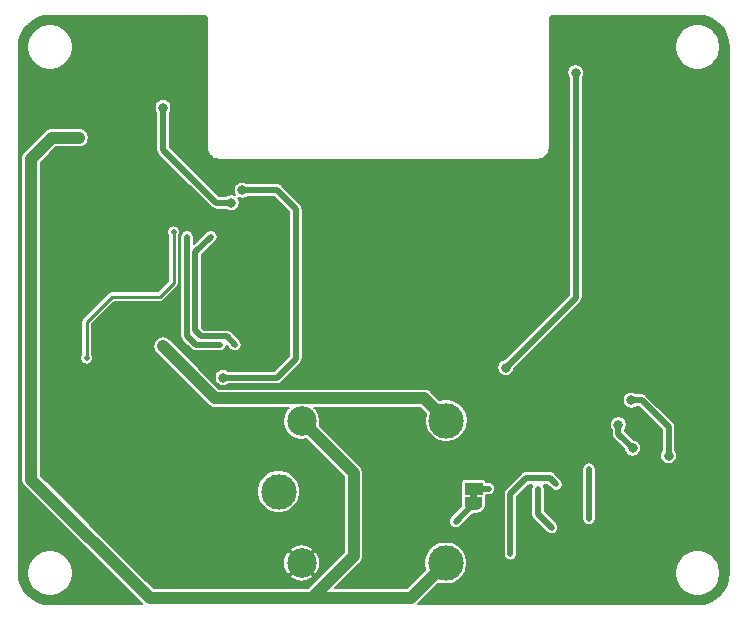
<source format=gbr>
%TF.GenerationSoftware,KiCad,Pcbnew,(5.1.12)-1*%
%TF.CreationDate,2022-08-12T23:07:16+09:00*%
%TF.ProjectId,STAC,53544143-2e6b-4696-9361-645f70636258,rev?*%
%TF.SameCoordinates,Original*%
%TF.FileFunction,Copper,L2,Bot*%
%TF.FilePolarity,Positive*%
%FSLAX46Y46*%
G04 Gerber Fmt 4.6, Leading zero omitted, Abs format (unit mm)*
G04 Created by KiCad (PCBNEW (5.1.12)-1) date 2022-08-12 23:07:16*
%MOMM*%
%LPD*%
G01*
G04 APERTURE LIST*
%TA.AperFunction,EtchedComponent*%
%ADD10C,0.100000*%
%TD*%
%TA.AperFunction,ComponentPad*%
%ADD11C,2.500000*%
%TD*%
%TA.AperFunction,ComponentPad*%
%ADD12C,3.000000*%
%TD*%
%TA.AperFunction,SMDPad,CuDef*%
%ADD13C,0.100000*%
%TD*%
%TA.AperFunction,SMDPad,CuDef*%
%ADD14R,1.500000X1.000000*%
%TD*%
%TA.AperFunction,ViaPad*%
%ADD15C,0.500000*%
%TD*%
%TA.AperFunction,ViaPad*%
%ADD16C,1.000000*%
%TD*%
%TA.AperFunction,ViaPad*%
%ADD17C,0.800000*%
%TD*%
%TA.AperFunction,Conductor*%
%ADD18C,0.500000*%
%TD*%
%TA.AperFunction,Conductor*%
%ADD19C,1.000000*%
%TD*%
%TA.AperFunction,Conductor*%
%ADD20C,0.250000*%
%TD*%
%TA.AperFunction,Conductor*%
%ADD21C,0.128000*%
%TD*%
%TA.AperFunction,Conductor*%
%ADD22C,0.100000*%
%TD*%
G04 APERTURE END LIST*
D10*
%TO.C,JP1*%
G36*
X112695000Y-85355000D02*
G01*
X112695000Y-84855000D01*
X112095000Y-84855000D01*
X112095000Y-85355000D01*
X112695000Y-85355000D01*
G37*
%TD*%
D11*
%TO.P,K1,2*%
%TO.N,GND*%
X97835000Y-90759000D03*
D12*
%TO.P,K1,3*%
%TO.N,+5V*%
X110035000Y-90759000D03*
%TO.P,K1,4*%
%TO.N,+5VA*%
X110085000Y-78709000D03*
D11*
%TO.P,K1,5*%
%TO.N,+5V*%
X97835000Y-78759000D03*
D12*
%TO.P,K1,1*%
%TO.N,+5VL*%
X95885000Y-84709000D03*
%TD*%
%TA.AperFunction,SMDPad,CuDef*%
D13*
%TO.P,JP1,3*%
%TO.N,GND*%
G36*
X111645602Y-83155000D02*
G01*
X111645602Y-83130466D01*
X111650412Y-83081635D01*
X111659984Y-83033510D01*
X111674228Y-82986555D01*
X111693005Y-82941222D01*
X111716136Y-82897949D01*
X111743396Y-82857150D01*
X111774524Y-82819221D01*
X111809221Y-82784524D01*
X111847150Y-82753396D01*
X111887949Y-82726136D01*
X111931222Y-82703005D01*
X111976555Y-82684228D01*
X112023510Y-82669984D01*
X112071635Y-82660412D01*
X112120466Y-82655602D01*
X112145000Y-82655602D01*
X112145000Y-82655000D01*
X112645000Y-82655000D01*
X112645000Y-82655602D01*
X112669534Y-82655602D01*
X112718365Y-82660412D01*
X112766490Y-82669984D01*
X112813445Y-82684228D01*
X112858778Y-82703005D01*
X112902051Y-82726136D01*
X112942850Y-82753396D01*
X112980779Y-82784524D01*
X113015476Y-82819221D01*
X113046604Y-82857150D01*
X113073864Y-82897949D01*
X113096995Y-82941222D01*
X113115772Y-82986555D01*
X113130016Y-83033510D01*
X113139588Y-83081635D01*
X113144398Y-83130466D01*
X113144398Y-83155000D01*
X113145000Y-83155000D01*
X113145000Y-83705000D01*
X111645000Y-83705000D01*
X111645000Y-83155000D01*
X111645602Y-83155000D01*
G37*
%TD.AperFunction*%
D14*
%TO.P,JP1,2*%
%TO.N,Net-(JP1-Pad2)*%
X112395000Y-84455000D03*
%TA.AperFunction,SMDPad,CuDef*%
D13*
%TO.P,JP1,1*%
%TO.N,+5VL*%
G36*
X113145000Y-85205000D02*
G01*
X113145000Y-85755000D01*
X113144398Y-85755000D01*
X113144398Y-85779534D01*
X113139588Y-85828365D01*
X113130016Y-85876490D01*
X113115772Y-85923445D01*
X113096995Y-85968778D01*
X113073864Y-86012051D01*
X113046604Y-86052850D01*
X113015476Y-86090779D01*
X112980779Y-86125476D01*
X112942850Y-86156604D01*
X112902051Y-86183864D01*
X112858778Y-86206995D01*
X112813445Y-86225772D01*
X112766490Y-86240016D01*
X112718365Y-86249588D01*
X112669534Y-86254398D01*
X112645000Y-86254398D01*
X112645000Y-86255000D01*
X112145000Y-86255000D01*
X112145000Y-86254398D01*
X112120466Y-86254398D01*
X112071635Y-86249588D01*
X112023510Y-86240016D01*
X111976555Y-86225772D01*
X111931222Y-86206995D01*
X111887949Y-86183864D01*
X111847150Y-86156604D01*
X111809221Y-86125476D01*
X111774524Y-86090779D01*
X111743396Y-86052850D01*
X111716136Y-86012051D01*
X111693005Y-85968778D01*
X111674228Y-85923445D01*
X111659984Y-85876490D01*
X111650412Y-85828365D01*
X111645602Y-85779534D01*
X111645602Y-85755000D01*
X111645000Y-85755000D01*
X111645000Y-85205000D01*
X113145000Y-85205000D01*
G37*
%TD.AperFunction*%
%TD*%
D15*
%TO.N,GND*%
X90678000Y-69342000D03*
X91567000Y-69342000D03*
X92456000Y-69342000D03*
X92456000Y-67564000D03*
X90678000Y-67564000D03*
X91567000Y-67564000D03*
X90678000Y-68453000D03*
X92456000Y-68453000D03*
X91567000Y-68453000D03*
X126873000Y-93980000D03*
X103378000Y-69723000D03*
X88265000Y-54483000D03*
X88773000Y-73279000D03*
%TO.N,+5VL*%
X110871000Y-87249000D03*
D16*
%TO.N,+5VA*%
X86106000Y-72390000D03*
D17*
%TO.N,/EN*%
X91877999Y-60268001D03*
X86106000Y-52197000D03*
%TO.N,+3V3*%
X91186000Y-75057000D03*
X92793375Y-59195000D03*
D16*
%TO.N,+5V*%
X79004000Y-54747000D03*
D17*
%TO.N,Net-(J3-Pad2)*%
X124650000Y-79057000D03*
X125857000Y-81026000D03*
%TO.N,Net-(J3-Pad1)*%
X125730000Y-76962000D03*
X128905000Y-81661000D03*
D15*
%TO.N,Net-(L2-Pad2)*%
X122174000Y-82804000D03*
X122174000Y-86995000D03*
%TO.N,Net-(Q1-Pad1)*%
X115509000Y-89982000D03*
X119380000Y-84074000D03*
%TO.N,Net-(R4-Pad2)*%
X92202000Y-72263000D03*
X90170000Y-63119000D03*
%TO.N,Net-(R5-Pad2)*%
X90932000Y-72263000D03*
X88138000Y-63119000D03*
%TO.N,Net-(R10-Pad1)*%
X117856000Y-84455000D03*
X118999000Y-87757000D03*
D17*
%TO.N,/IO0*%
X121061000Y-49246000D03*
X115125500Y-74231500D03*
D15*
%TO.N,Net-(J6-Pad2)*%
X86995000Y-62738000D03*
X79629000Y-73406000D03*
%TO.N,Net-(JP1-Pad2)*%
X113665000Y-84455000D03*
%TD*%
D18*
%TO.N,+5VL*%
X112365000Y-85755000D02*
X110871000Y-87249000D01*
X112395000Y-85755000D02*
X112365000Y-85755000D01*
D19*
%TO.N,+5VA*%
X110085000Y-78709000D02*
X108184999Y-76808999D01*
X93318999Y-76808999D02*
X90524999Y-76808999D01*
X108184999Y-76808999D02*
X93318999Y-76808999D01*
X90524999Y-76808999D02*
X86106000Y-72390000D01*
D18*
%TO.N,/EN*%
X86106000Y-52197000D02*
X86106000Y-55753000D01*
X90621001Y-60268001D02*
X91877999Y-60268001D01*
X86106000Y-55753000D02*
X90621001Y-60268001D01*
%TO.N,+3V3*%
X91948000Y-75057000D02*
X91186000Y-75057000D01*
X97352001Y-60776001D02*
X95758000Y-59182000D01*
X95758000Y-59182000D02*
X92837000Y-59182000D01*
X97352001Y-73462999D02*
X95758000Y-75057000D01*
X97352001Y-60776001D02*
X97352001Y-73462999D01*
X95758000Y-75057000D02*
X91948000Y-75057000D01*
D19*
%TO.N,+5V*%
X110035000Y-90759000D02*
X107068000Y-93726000D01*
X84963000Y-93726000D02*
X74930000Y-83693000D01*
X74930000Y-83693000D02*
X74930000Y-56515000D01*
X74930000Y-56515000D02*
X76708000Y-54737000D01*
X76708000Y-54737000D02*
X78994000Y-54737000D01*
X97835000Y-78759000D02*
X102235000Y-83159000D01*
X102235000Y-90170000D02*
X98679000Y-93726000D01*
X102235000Y-83159000D02*
X102235000Y-90170000D01*
X98679000Y-93726000D02*
X84963000Y-93726000D01*
X107068000Y-93726000D02*
X98679000Y-93726000D01*
D18*
%TO.N,Net-(J3-Pad2)*%
X124650000Y-79057000D02*
X124650000Y-79819000D01*
X124650000Y-79819000D02*
X125857000Y-81026000D01*
%TO.N,Net-(J3-Pad1)*%
X125730000Y-76962000D02*
X126619000Y-76962000D01*
X126619000Y-76962000D02*
X128905000Y-79248000D01*
X128905000Y-79248000D02*
X128905000Y-81661000D01*
%TO.N,Net-(L2-Pad2)*%
X122174000Y-86995000D02*
X122174000Y-82804000D01*
%TO.N,Net-(Q1-Pad1)*%
X115509000Y-84897000D02*
X115509000Y-89982000D01*
X116840000Y-83566000D02*
X115509000Y-84897000D01*
X118872000Y-83566000D02*
X116840000Y-83566000D01*
X119380000Y-84074000D02*
X118872000Y-83566000D01*
%TO.N,Net-(R4-Pad2)*%
X92202000Y-72263000D02*
X91501990Y-71562990D01*
X89342990Y-71562990D02*
X88838010Y-71058010D01*
X91501990Y-71562990D02*
X89342990Y-71562990D01*
X88838010Y-64450990D02*
X90170000Y-63119000D01*
X88838010Y-71058010D02*
X88838010Y-64450990D01*
%TO.N,Net-(R5-Pad2)*%
X90932000Y-72263000D02*
X88900000Y-72263000D01*
X88138000Y-71501000D02*
X88138000Y-63119000D01*
X88900000Y-72263000D02*
X88138000Y-71501000D01*
%TO.N,Net-(R10-Pad1)*%
X117856000Y-84455000D02*
X117856000Y-86614000D01*
X117856000Y-86614000D02*
X118999000Y-87757000D01*
%TO.N,/IO0*%
X121061000Y-49246000D02*
X121061000Y-68296000D01*
X121061000Y-68296000D02*
X115125500Y-74231500D01*
X115125500Y-74231500D02*
X115062000Y-74295000D01*
D20*
%TO.N,Net-(J6-Pad2)*%
X86995000Y-67056000D02*
X85852000Y-68199000D01*
X81788000Y-68199000D02*
X79629000Y-70358000D01*
X85852000Y-68199000D02*
X81788000Y-68199000D01*
X86995000Y-62738000D02*
X86995000Y-67056000D01*
X79629000Y-70358000D02*
X79629000Y-73406000D01*
D18*
%TO.N,Net-(JP1-Pad2)*%
X113665000Y-84455000D02*
X112395000Y-84455000D01*
%TD*%
D21*
%TO.N,GND*%
X89591399Y-44419174D02*
X89645643Y-44435552D01*
X89695682Y-44462158D01*
X89739595Y-44497973D01*
X89775713Y-44541633D01*
X89802667Y-44591484D01*
X89819425Y-44645618D01*
X89827000Y-44717688D01*
X89827001Y-55642843D01*
X89828453Y-55657589D01*
X89828426Y-55661522D01*
X89828894Y-55666288D01*
X89841849Y-55789539D01*
X89848097Y-55819976D01*
X89853925Y-55850527D01*
X89855309Y-55855111D01*
X89891956Y-55973499D01*
X89904004Y-56002160D01*
X89915649Y-56030982D01*
X89917897Y-56035211D01*
X89976841Y-56144226D01*
X89994229Y-56170004D01*
X90011247Y-56196012D01*
X90014269Y-56199716D01*
X90014274Y-56199723D01*
X90014280Y-56199729D01*
X90093271Y-56295213D01*
X90115309Y-56317098D01*
X90137080Y-56339330D01*
X90140770Y-56342382D01*
X90236809Y-56420710D01*
X90262694Y-56437908D01*
X90288354Y-56455478D01*
X90292567Y-56457756D01*
X90401990Y-56515938D01*
X90430724Y-56527781D01*
X90459307Y-56540032D01*
X90463878Y-56541446D01*
X90463884Y-56541448D01*
X90582522Y-56577267D01*
X90612983Y-56583299D01*
X90643428Y-56589770D01*
X90648187Y-56590270D01*
X90648191Y-56590270D01*
X90771530Y-56602363D01*
X90771537Y-56602363D01*
X90788157Y-56604000D01*
X117872843Y-56604000D01*
X117887598Y-56602547D01*
X117891522Y-56602574D01*
X117896288Y-56602106D01*
X118019539Y-56589151D01*
X118049976Y-56582903D01*
X118080527Y-56577075D01*
X118085111Y-56575691D01*
X118203499Y-56539044D01*
X118232160Y-56526996D01*
X118260982Y-56515351D01*
X118265211Y-56513103D01*
X118374226Y-56454159D01*
X118400004Y-56436771D01*
X118426012Y-56419753D01*
X118429716Y-56416731D01*
X118429723Y-56416726D01*
X118429729Y-56416720D01*
X118525213Y-56337729D01*
X118547098Y-56315691D01*
X118569330Y-56293920D01*
X118572382Y-56290230D01*
X118650710Y-56194191D01*
X118667908Y-56168306D01*
X118685478Y-56142646D01*
X118687756Y-56138433D01*
X118745938Y-56029010D01*
X118757781Y-56000276D01*
X118770032Y-55971693D01*
X118771447Y-55967118D01*
X118807267Y-55848478D01*
X118813299Y-55818017D01*
X118819770Y-55787572D01*
X118820270Y-55782809D01*
X118832363Y-55659470D01*
X118832363Y-55659463D01*
X118834000Y-55642843D01*
X118834000Y-46880094D01*
X129448000Y-46880094D01*
X129448000Y-47257906D01*
X129521708Y-47628460D01*
X129666291Y-47977514D01*
X129876192Y-48291653D01*
X130143347Y-48558808D01*
X130457486Y-48768709D01*
X130806540Y-48913292D01*
X131177094Y-48987000D01*
X131554906Y-48987000D01*
X131925460Y-48913292D01*
X132274514Y-48768709D01*
X132588653Y-48558808D01*
X132855808Y-48291653D01*
X133065709Y-47977514D01*
X133210292Y-47628460D01*
X133284000Y-47257906D01*
X133284000Y-46880094D01*
X133210292Y-46509540D01*
X133065709Y-46160486D01*
X132855808Y-45846347D01*
X132588653Y-45579192D01*
X132274514Y-45369291D01*
X131925460Y-45224708D01*
X131554906Y-45151000D01*
X131177094Y-45151000D01*
X130806540Y-45224708D01*
X130457486Y-45369291D01*
X130143347Y-45579192D01*
X129876192Y-45846347D01*
X129666291Y-46160486D01*
X129521708Y-46509540D01*
X129448000Y-46880094D01*
X118834000Y-46880094D01*
X118834000Y-44720774D01*
X118841174Y-44647601D01*
X118857552Y-44593357D01*
X118884158Y-44543318D01*
X118919973Y-44499405D01*
X118963633Y-44463287D01*
X119013484Y-44436333D01*
X119067618Y-44419575D01*
X119139688Y-44412000D01*
X131349224Y-44412000D01*
X131881759Y-44464216D01*
X132377881Y-44614004D01*
X132835450Y-44857297D01*
X133237053Y-45184837D01*
X133567389Y-45584144D01*
X133813875Y-46040012D01*
X133967120Y-46535066D01*
X134022990Y-47066627D01*
X134023001Y-47069908D01*
X134023000Y-91598224D01*
X133970784Y-92130759D01*
X133820997Y-92626879D01*
X133577703Y-93084450D01*
X133250163Y-93486053D01*
X132850856Y-93816389D01*
X132394988Y-94062875D01*
X131899936Y-94216120D01*
X131368373Y-94271990D01*
X131365378Y-94272000D01*
X107678826Y-94272000D01*
X109461563Y-92489264D01*
X109504709Y-92507136D01*
X109855943Y-92577000D01*
X110214057Y-92577000D01*
X110565291Y-92507136D01*
X110896146Y-92370091D01*
X111193908Y-92171133D01*
X111447133Y-91917908D01*
X111646091Y-91620146D01*
X111726470Y-91426094D01*
X129448000Y-91426094D01*
X129448000Y-91803906D01*
X129521708Y-92174460D01*
X129666291Y-92523514D01*
X129876192Y-92837653D01*
X130143347Y-93104808D01*
X130457486Y-93314709D01*
X130806540Y-93459292D01*
X131177094Y-93533000D01*
X131554906Y-93533000D01*
X131925460Y-93459292D01*
X132274514Y-93314709D01*
X132588653Y-93104808D01*
X132855808Y-92837653D01*
X133065709Y-92523514D01*
X133210292Y-92174460D01*
X133284000Y-91803906D01*
X133284000Y-91426094D01*
X133210292Y-91055540D01*
X133065709Y-90706486D01*
X132855808Y-90392347D01*
X132588653Y-90125192D01*
X132274514Y-89915291D01*
X131925460Y-89770708D01*
X131554906Y-89697000D01*
X131177094Y-89697000D01*
X130806540Y-89770708D01*
X130457486Y-89915291D01*
X130143347Y-90125192D01*
X129876192Y-90392347D01*
X129666291Y-90706486D01*
X129521708Y-91055540D01*
X129448000Y-91426094D01*
X111726470Y-91426094D01*
X111783136Y-91289291D01*
X111853000Y-90938057D01*
X111853000Y-90579943D01*
X111783136Y-90228709D01*
X111646091Y-89897854D01*
X111447133Y-89600092D01*
X111193908Y-89346867D01*
X110896146Y-89147909D01*
X110565291Y-89010864D01*
X110214057Y-88941000D01*
X109855943Y-88941000D01*
X109504709Y-89010864D01*
X109173854Y-89147909D01*
X108876092Y-89346867D01*
X108622867Y-89600092D01*
X108423909Y-89897854D01*
X108286864Y-90228709D01*
X108217000Y-90579943D01*
X108217000Y-90938057D01*
X108286864Y-91289291D01*
X108304736Y-91332437D01*
X106729174Y-92908000D01*
X100653826Y-92908000D01*
X102785009Y-90776818D01*
X102816211Y-90751211D01*
X102841818Y-90720009D01*
X102841821Y-90720006D01*
X102882937Y-90669905D01*
X102918432Y-90626655D01*
X102994389Y-90484549D01*
X103041163Y-90330356D01*
X103053000Y-90210175D01*
X103053000Y-90210166D01*
X103056956Y-90170001D01*
X103053000Y-90129836D01*
X103053000Y-87249000D01*
X110300252Y-87249000D01*
X110303000Y-87276900D01*
X110303000Y-87304943D01*
X110308471Y-87332448D01*
X110311219Y-87360347D01*
X110319357Y-87387173D01*
X110324828Y-87414679D01*
X110335561Y-87440590D01*
X110343698Y-87467415D01*
X110356911Y-87492135D01*
X110367645Y-87518049D01*
X110383229Y-87541371D01*
X110396441Y-87566090D01*
X110414222Y-87587757D01*
X110429806Y-87611079D01*
X110449641Y-87630914D01*
X110467421Y-87652579D01*
X110489086Y-87670359D01*
X110508921Y-87690194D01*
X110532243Y-87705778D01*
X110553910Y-87723559D01*
X110578629Y-87736771D01*
X110601951Y-87752355D01*
X110627865Y-87763089D01*
X110652585Y-87776302D01*
X110679410Y-87784439D01*
X110705321Y-87795172D01*
X110732827Y-87800643D01*
X110759653Y-87808781D01*
X110787552Y-87811529D01*
X110815057Y-87817000D01*
X110843100Y-87817000D01*
X110871000Y-87819748D01*
X110898900Y-87817000D01*
X110926943Y-87817000D01*
X110954448Y-87811529D01*
X110982347Y-87808781D01*
X111009173Y-87800643D01*
X111036679Y-87795172D01*
X111062590Y-87784439D01*
X111089415Y-87776302D01*
X111114135Y-87763089D01*
X111140049Y-87752355D01*
X111163371Y-87736771D01*
X111188090Y-87723559D01*
X111209757Y-87705778D01*
X111233079Y-87690194D01*
X111312194Y-87611079D01*
X111312196Y-87611076D01*
X112348734Y-86574539D01*
X112645000Y-86574539D01*
X112669448Y-86572131D01*
X112694009Y-86572131D01*
X112756348Y-86565991D01*
X112852481Y-86546869D01*
X112912423Y-86528686D01*
X113002979Y-86491177D01*
X113058225Y-86461648D01*
X113139724Y-86407192D01*
X113188145Y-86367453D01*
X113257453Y-86298145D01*
X113297192Y-86249724D01*
X113351648Y-86168225D01*
X113381177Y-86112979D01*
X113418686Y-86022423D01*
X113436869Y-85962481D01*
X113455991Y-85866348D01*
X113462131Y-85804009D01*
X113462131Y-85779448D01*
X113464539Y-85755000D01*
X113464539Y-85205000D01*
X113458399Y-85142661D01*
X113440216Y-85082718D01*
X113438763Y-85079999D01*
X113440215Y-85077282D01*
X113456681Y-85023000D01*
X113720943Y-85023000D01*
X113748448Y-85017529D01*
X113776347Y-85014781D01*
X113803174Y-85006643D01*
X113830679Y-85001172D01*
X113856588Y-84990440D01*
X113883416Y-84982302D01*
X113908141Y-84969086D01*
X113934049Y-84958355D01*
X113957362Y-84942778D01*
X113982091Y-84929560D01*
X114003768Y-84911770D01*
X114025872Y-84897000D01*
X114938252Y-84897000D01*
X114941000Y-84924900D01*
X114941001Y-89926052D01*
X114941000Y-89926057D01*
X114941000Y-90037943D01*
X114946473Y-90065458D01*
X114949220Y-90093347D01*
X114957355Y-90120164D01*
X114962828Y-90147679D01*
X114973564Y-90173597D01*
X114981699Y-90200416D01*
X114994910Y-90225133D01*
X115005645Y-90251049D01*
X115021227Y-90274369D01*
X115034441Y-90299091D01*
X115052226Y-90320762D01*
X115067806Y-90344079D01*
X115087636Y-90363909D01*
X115105421Y-90385580D01*
X115127092Y-90403365D01*
X115146921Y-90423194D01*
X115170237Y-90438773D01*
X115191910Y-90456560D01*
X115216634Y-90469775D01*
X115239951Y-90485355D01*
X115265863Y-90496088D01*
X115290585Y-90509302D01*
X115317409Y-90517439D01*
X115343321Y-90528172D01*
X115370829Y-90533644D01*
X115397654Y-90541781D01*
X115425551Y-90544529D01*
X115453057Y-90550000D01*
X115481100Y-90550000D01*
X115509000Y-90552748D01*
X115536900Y-90550000D01*
X115564943Y-90550000D01*
X115592448Y-90544529D01*
X115620347Y-90541781D01*
X115647174Y-90533643D01*
X115674679Y-90528172D01*
X115700588Y-90517440D01*
X115727416Y-90509302D01*
X115752141Y-90496086D01*
X115778049Y-90485355D01*
X115801362Y-90469778D01*
X115826091Y-90456560D01*
X115847768Y-90438770D01*
X115871079Y-90423194D01*
X115890903Y-90403370D01*
X115912580Y-90385580D01*
X115930370Y-90363903D01*
X115950194Y-90344079D01*
X115965770Y-90320768D01*
X115983560Y-90299091D01*
X115996778Y-90274362D01*
X116012355Y-90251049D01*
X116023086Y-90225141D01*
X116036302Y-90200416D01*
X116044440Y-90173588D01*
X116055172Y-90147679D01*
X116060643Y-90120174D01*
X116068781Y-90093347D01*
X116071529Y-90065448D01*
X116077000Y-90037943D01*
X116077000Y-85132272D01*
X117075273Y-84134000D01*
X117384648Y-84134000D01*
X117381440Y-84137909D01*
X117368223Y-84162637D01*
X117352645Y-84185951D01*
X117341912Y-84211862D01*
X117328698Y-84236585D01*
X117320561Y-84263409D01*
X117309828Y-84289321D01*
X117304356Y-84316829D01*
X117296219Y-84343654D01*
X117293471Y-84371551D01*
X117288000Y-84399057D01*
X117288000Y-84427101D01*
X117288001Y-86586090D01*
X117285252Y-86614000D01*
X117296219Y-86725347D01*
X117328698Y-86832415D01*
X117328699Y-86832416D01*
X117381441Y-86931091D01*
X117452421Y-87017580D01*
X117474097Y-87035369D01*
X118557806Y-88119079D01*
X118636921Y-88198194D01*
X118660238Y-88213774D01*
X118681909Y-88231559D01*
X118706633Y-88244774D01*
X118729951Y-88260355D01*
X118755861Y-88271087D01*
X118780584Y-88284302D01*
X118807412Y-88292440D01*
X118833321Y-88303172D01*
X118860824Y-88308643D01*
X118887652Y-88316781D01*
X118915553Y-88319529D01*
X118943057Y-88325000D01*
X118971099Y-88325000D01*
X118998999Y-88327748D01*
X119026899Y-88325000D01*
X119054943Y-88325000D01*
X119082448Y-88319529D01*
X119110347Y-88316781D01*
X119137173Y-88308643D01*
X119164679Y-88303172D01*
X119190590Y-88292439D01*
X119217415Y-88284302D01*
X119242135Y-88271089D01*
X119268049Y-88260355D01*
X119291371Y-88244771D01*
X119316090Y-88231559D01*
X119337757Y-88213778D01*
X119361079Y-88198194D01*
X119380914Y-88178359D01*
X119402579Y-88160579D01*
X119420359Y-88138914D01*
X119440194Y-88119079D01*
X119455778Y-88095757D01*
X119473559Y-88074090D01*
X119486771Y-88049371D01*
X119502355Y-88026049D01*
X119513089Y-88000135D01*
X119526302Y-87975415D01*
X119534439Y-87948590D01*
X119545172Y-87922679D01*
X119550643Y-87895173D01*
X119558781Y-87868347D01*
X119561529Y-87840448D01*
X119567000Y-87812943D01*
X119567000Y-87784899D01*
X119569748Y-87756999D01*
X119567000Y-87729099D01*
X119567000Y-87701057D01*
X119561529Y-87673553D01*
X119558781Y-87645652D01*
X119550643Y-87618824D01*
X119545172Y-87591321D01*
X119534440Y-87565412D01*
X119526302Y-87538584D01*
X119513087Y-87513861D01*
X119502355Y-87487951D01*
X119486774Y-87464633D01*
X119473559Y-87439909D01*
X119455774Y-87418238D01*
X119440194Y-87394921D01*
X119361079Y-87315806D01*
X118424000Y-86378728D01*
X118424000Y-84399057D01*
X118418529Y-84371552D01*
X118415781Y-84343653D01*
X118407643Y-84316826D01*
X118402172Y-84289321D01*
X118391440Y-84263412D01*
X118383302Y-84236584D01*
X118370086Y-84211859D01*
X118359355Y-84185951D01*
X118343778Y-84162638D01*
X118330560Y-84137909D01*
X118327352Y-84134000D01*
X118636728Y-84134000D01*
X118938806Y-84436079D01*
X119017921Y-84515194D01*
X119041239Y-84530775D01*
X119062908Y-84548558D01*
X119087628Y-84561771D01*
X119110951Y-84577355D01*
X119136868Y-84588090D01*
X119161584Y-84601301D01*
X119188406Y-84609438D01*
X119214321Y-84620172D01*
X119241826Y-84625643D01*
X119268652Y-84633781D01*
X119296551Y-84636529D01*
X119324057Y-84642000D01*
X119352106Y-84642000D01*
X119379999Y-84644747D01*
X119407892Y-84642000D01*
X119435943Y-84642000D01*
X119463451Y-84636528D01*
X119491347Y-84633781D01*
X119518171Y-84625644D01*
X119545679Y-84620172D01*
X119571597Y-84609436D01*
X119598415Y-84601301D01*
X119623127Y-84588092D01*
X119649049Y-84577355D01*
X119672379Y-84561766D01*
X119697090Y-84548558D01*
X119718752Y-84530781D01*
X119742079Y-84515194D01*
X119761915Y-84495358D01*
X119783579Y-84477579D01*
X119801358Y-84455915D01*
X119821194Y-84436079D01*
X119836781Y-84412752D01*
X119854558Y-84391090D01*
X119867766Y-84366379D01*
X119883355Y-84343049D01*
X119894092Y-84317127D01*
X119907301Y-84292415D01*
X119915436Y-84265597D01*
X119926172Y-84239679D01*
X119931644Y-84212171D01*
X119939781Y-84185347D01*
X119942528Y-84157451D01*
X119948000Y-84129943D01*
X119948000Y-84101892D01*
X119950747Y-84073999D01*
X119948000Y-84046106D01*
X119948000Y-84018057D01*
X119942529Y-83990551D01*
X119939781Y-83962652D01*
X119931643Y-83935826D01*
X119926172Y-83908321D01*
X119915438Y-83882406D01*
X119907301Y-83855584D01*
X119894090Y-83830868D01*
X119883355Y-83804951D01*
X119867771Y-83781628D01*
X119854558Y-83756908D01*
X119836775Y-83735239D01*
X119821194Y-83711921D01*
X119742079Y-83632806D01*
X119293374Y-83184102D01*
X119275580Y-83162420D01*
X119189091Y-83091440D01*
X119090416Y-83038698D01*
X118983347Y-83006219D01*
X118906449Y-82998645D01*
X118872000Y-82995252D01*
X118844100Y-82998000D01*
X116867899Y-82998000D01*
X116839999Y-82995252D01*
X116728652Y-83006219D01*
X116621584Y-83038698D01*
X116522909Y-83091440D01*
X116436420Y-83162420D01*
X116418630Y-83184097D01*
X115127102Y-84475626D01*
X115105420Y-84493420D01*
X115034440Y-84579909D01*
X114984461Y-84673416D01*
X114981698Y-84678585D01*
X114949219Y-84785653D01*
X114938252Y-84897000D01*
X114025872Y-84897000D01*
X114027079Y-84896194D01*
X114046903Y-84876370D01*
X114068580Y-84858580D01*
X114086370Y-84836903D01*
X114106194Y-84817079D01*
X114121770Y-84793768D01*
X114139560Y-84772091D01*
X114152778Y-84747362D01*
X114168355Y-84724049D01*
X114179086Y-84698141D01*
X114192302Y-84673416D01*
X114200440Y-84646588D01*
X114211172Y-84620679D01*
X114216643Y-84593174D01*
X114224781Y-84566347D01*
X114227529Y-84538448D01*
X114233000Y-84510943D01*
X114233000Y-84482900D01*
X114235748Y-84455000D01*
X114233000Y-84427100D01*
X114233000Y-84399057D01*
X114227529Y-84371552D01*
X114224781Y-84343653D01*
X114216643Y-84316826D01*
X114211172Y-84289321D01*
X114200440Y-84263412D01*
X114192302Y-84236584D01*
X114179086Y-84211859D01*
X114168355Y-84185951D01*
X114152778Y-84162638D01*
X114139560Y-84137909D01*
X114121770Y-84116232D01*
X114106194Y-84092921D01*
X114086370Y-84073097D01*
X114068580Y-84051420D01*
X114046903Y-84033630D01*
X114027079Y-84013806D01*
X114003768Y-83998230D01*
X113982091Y-83980440D01*
X113957362Y-83967222D01*
X113934049Y-83951645D01*
X113908141Y-83940914D01*
X113883416Y-83927698D01*
X113856588Y-83919560D01*
X113830679Y-83908828D01*
X113803174Y-83903357D01*
X113776347Y-83895219D01*
X113748448Y-83892471D01*
X113720943Y-83887000D01*
X113456681Y-83887000D01*
X113440215Y-83832718D01*
X113410686Y-83777474D01*
X113370947Y-83729053D01*
X113322526Y-83689314D01*
X113267282Y-83659785D01*
X113207339Y-83641602D01*
X113145000Y-83635462D01*
X111645000Y-83635462D01*
X111582661Y-83641602D01*
X111522718Y-83659785D01*
X111467474Y-83689314D01*
X111419053Y-83729053D01*
X111379314Y-83777474D01*
X111349785Y-83832718D01*
X111331602Y-83892661D01*
X111325462Y-83955000D01*
X111325462Y-84955000D01*
X111331602Y-85017339D01*
X111349785Y-85077282D01*
X111351237Y-85079999D01*
X111349784Y-85082718D01*
X111331601Y-85142661D01*
X111325461Y-85205000D01*
X111325461Y-85755000D01*
X111327869Y-85779448D01*
X111327869Y-85804009D01*
X111334009Y-85866348D01*
X111353131Y-85962481D01*
X111353391Y-85963337D01*
X110508924Y-86807804D01*
X110508921Y-86807806D01*
X110429806Y-86886921D01*
X110414222Y-86910243D01*
X110396441Y-86931910D01*
X110383229Y-86956629D01*
X110367645Y-86979951D01*
X110356911Y-87005865D01*
X110343698Y-87030585D01*
X110335561Y-87057410D01*
X110324828Y-87083321D01*
X110319357Y-87110827D01*
X110311219Y-87137653D01*
X110308471Y-87165552D01*
X110303000Y-87193057D01*
X110303000Y-87221100D01*
X110300252Y-87249000D01*
X103053000Y-87249000D01*
X103053000Y-83199167D01*
X103056956Y-83159000D01*
X103053000Y-83118832D01*
X103053000Y-83118825D01*
X103041163Y-82998644D01*
X103002456Y-82871044D01*
X102994389Y-82844450D01*
X102942866Y-82748057D01*
X121606000Y-82748057D01*
X121606000Y-82859943D01*
X121606001Y-82859948D01*
X121606000Y-86939057D01*
X121606000Y-87050943D01*
X121611471Y-87078449D01*
X121614219Y-87106346D01*
X121622356Y-87133171D01*
X121627828Y-87160679D01*
X121638561Y-87186591D01*
X121646698Y-87213415D01*
X121659912Y-87238138D01*
X121670645Y-87264049D01*
X121686223Y-87287363D01*
X121699440Y-87312091D01*
X121717230Y-87333768D01*
X121732806Y-87357079D01*
X121752630Y-87376903D01*
X121770420Y-87398580D01*
X121792097Y-87416370D01*
X121811921Y-87436194D01*
X121835232Y-87451770D01*
X121856909Y-87469560D01*
X121881638Y-87482778D01*
X121904951Y-87498355D01*
X121930859Y-87509086D01*
X121955584Y-87522302D01*
X121982412Y-87530440D01*
X122008321Y-87541172D01*
X122035826Y-87546643D01*
X122062653Y-87554781D01*
X122090552Y-87557529D01*
X122118057Y-87563000D01*
X122146100Y-87563000D01*
X122174000Y-87565748D01*
X122201900Y-87563000D01*
X122229943Y-87563000D01*
X122257449Y-87557529D01*
X122285346Y-87554781D01*
X122312171Y-87546644D01*
X122339679Y-87541172D01*
X122365591Y-87530439D01*
X122392415Y-87522302D01*
X122417138Y-87509088D01*
X122443049Y-87498355D01*
X122466363Y-87482777D01*
X122491091Y-87469560D01*
X122512768Y-87451770D01*
X122536079Y-87436194D01*
X122555903Y-87416370D01*
X122577580Y-87398580D01*
X122595370Y-87376903D01*
X122615194Y-87357079D01*
X122630770Y-87333768D01*
X122648560Y-87312091D01*
X122661778Y-87287362D01*
X122677355Y-87264049D01*
X122688086Y-87238141D01*
X122701302Y-87213416D01*
X122709440Y-87186588D01*
X122720172Y-87160679D01*
X122725643Y-87133174D01*
X122733781Y-87106347D01*
X122736529Y-87078448D01*
X122742000Y-87050943D01*
X122742000Y-82748057D01*
X122736529Y-82720552D01*
X122733781Y-82692653D01*
X122725643Y-82665826D01*
X122720172Y-82638321D01*
X122709440Y-82612412D01*
X122701302Y-82585584D01*
X122688086Y-82560859D01*
X122677355Y-82534951D01*
X122661778Y-82511638D01*
X122648560Y-82486909D01*
X122630770Y-82465232D01*
X122615194Y-82441921D01*
X122595370Y-82422097D01*
X122577580Y-82400420D01*
X122555903Y-82382630D01*
X122536079Y-82362806D01*
X122512768Y-82347230D01*
X122491091Y-82329440D01*
X122466362Y-82316222D01*
X122443049Y-82300645D01*
X122417141Y-82289914D01*
X122392416Y-82276698D01*
X122365588Y-82268560D01*
X122339679Y-82257828D01*
X122312174Y-82252357D01*
X122285347Y-82244219D01*
X122257448Y-82241471D01*
X122229943Y-82236000D01*
X122201900Y-82236000D01*
X122174000Y-82233252D01*
X122146100Y-82236000D01*
X122118057Y-82236000D01*
X122090551Y-82241471D01*
X122062654Y-82244219D01*
X122035829Y-82252356D01*
X122008321Y-82257828D01*
X121982409Y-82268561D01*
X121955585Y-82276698D01*
X121930863Y-82289912D01*
X121904951Y-82300645D01*
X121881634Y-82316225D01*
X121856910Y-82329440D01*
X121835237Y-82347227D01*
X121811921Y-82362806D01*
X121792092Y-82382635D01*
X121770421Y-82400420D01*
X121752636Y-82422091D01*
X121732806Y-82441921D01*
X121717226Y-82465238D01*
X121699441Y-82486909D01*
X121686227Y-82511631D01*
X121670645Y-82534951D01*
X121659910Y-82560867D01*
X121646699Y-82585584D01*
X121638564Y-82612403D01*
X121627828Y-82638321D01*
X121622355Y-82665836D01*
X121614220Y-82692653D01*
X121611473Y-82720542D01*
X121606000Y-82748057D01*
X102942866Y-82748057D01*
X102918432Y-82702345D01*
X102841821Y-82608994D01*
X102841818Y-82608991D01*
X102816211Y-82577789D01*
X102785010Y-82552183D01*
X99360404Y-79127578D01*
X99403000Y-78913435D01*
X99403000Y-78604565D01*
X99342743Y-78301631D01*
X99224544Y-78016273D01*
X99052945Y-77759458D01*
X98920486Y-77626999D01*
X107846173Y-77626999D01*
X108354736Y-78135562D01*
X108336864Y-78178709D01*
X108267000Y-78529943D01*
X108267000Y-78888057D01*
X108336864Y-79239291D01*
X108473909Y-79570146D01*
X108672867Y-79867908D01*
X108926092Y-80121133D01*
X109223854Y-80320091D01*
X109554709Y-80457136D01*
X109905943Y-80527000D01*
X110264057Y-80527000D01*
X110615291Y-80457136D01*
X110946146Y-80320091D01*
X111243908Y-80121133D01*
X111497133Y-79867908D01*
X111696091Y-79570146D01*
X111833136Y-79239291D01*
X111883461Y-78986283D01*
X123932000Y-78986283D01*
X123932000Y-79127717D01*
X123959592Y-79266433D01*
X124013717Y-79397100D01*
X124082000Y-79499293D01*
X124082000Y-79791100D01*
X124079252Y-79819000D01*
X124090219Y-79930347D01*
X124122698Y-80037415D01*
X124122699Y-80037416D01*
X124175441Y-80136091D01*
X124246421Y-80222580D01*
X124268097Y-80240369D01*
X125142614Y-81114888D01*
X125166592Y-81235433D01*
X125220717Y-81366100D01*
X125299293Y-81483698D01*
X125399302Y-81583707D01*
X125516900Y-81662283D01*
X125647567Y-81716408D01*
X125786283Y-81744000D01*
X125927717Y-81744000D01*
X126066433Y-81716408D01*
X126197100Y-81662283D01*
X126314698Y-81583707D01*
X126414707Y-81483698D01*
X126493283Y-81366100D01*
X126547408Y-81235433D01*
X126575000Y-81096717D01*
X126575000Y-80955283D01*
X126547408Y-80816567D01*
X126493283Y-80685900D01*
X126414707Y-80568302D01*
X126314698Y-80468293D01*
X126197100Y-80389717D01*
X126066433Y-80335592D01*
X125945888Y-80311614D01*
X125218000Y-79583728D01*
X125218000Y-79499293D01*
X125286283Y-79397100D01*
X125340408Y-79266433D01*
X125368000Y-79127717D01*
X125368000Y-78986283D01*
X125340408Y-78847567D01*
X125286283Y-78716900D01*
X125207707Y-78599302D01*
X125107698Y-78499293D01*
X124990100Y-78420717D01*
X124859433Y-78366592D01*
X124720717Y-78339000D01*
X124579283Y-78339000D01*
X124440567Y-78366592D01*
X124309900Y-78420717D01*
X124192302Y-78499293D01*
X124092293Y-78599302D01*
X124013717Y-78716900D01*
X123959592Y-78847567D01*
X123932000Y-78986283D01*
X111883461Y-78986283D01*
X111903000Y-78888057D01*
X111903000Y-78529943D01*
X111833136Y-78178709D01*
X111696091Y-77847854D01*
X111497133Y-77550092D01*
X111243908Y-77296867D01*
X110946146Y-77097909D01*
X110615291Y-76960864D01*
X110265480Y-76891283D01*
X125012000Y-76891283D01*
X125012000Y-77032717D01*
X125039592Y-77171433D01*
X125093717Y-77302100D01*
X125172293Y-77419698D01*
X125272302Y-77519707D01*
X125389900Y-77598283D01*
X125520567Y-77652408D01*
X125659283Y-77680000D01*
X125800717Y-77680000D01*
X125939433Y-77652408D01*
X126070100Y-77598283D01*
X126172293Y-77530000D01*
X126383728Y-77530000D01*
X128337000Y-79483273D01*
X128337001Y-81218705D01*
X128268717Y-81320900D01*
X128214592Y-81451567D01*
X128187000Y-81590283D01*
X128187000Y-81731717D01*
X128214592Y-81870433D01*
X128268717Y-82001100D01*
X128347293Y-82118698D01*
X128447302Y-82218707D01*
X128564900Y-82297283D01*
X128695567Y-82351408D01*
X128834283Y-82379000D01*
X128975717Y-82379000D01*
X129114433Y-82351408D01*
X129245100Y-82297283D01*
X129362698Y-82218707D01*
X129462707Y-82118698D01*
X129541283Y-82001100D01*
X129595408Y-81870433D01*
X129623000Y-81731717D01*
X129623000Y-81590283D01*
X129595408Y-81451567D01*
X129541283Y-81320900D01*
X129473000Y-81218707D01*
X129473000Y-79275899D01*
X129475748Y-79247999D01*
X129464781Y-79136652D01*
X129432302Y-79029584D01*
X129429076Y-79023549D01*
X129379560Y-78930909D01*
X129308580Y-78844420D01*
X129286903Y-78826630D01*
X127040374Y-76580102D01*
X127022580Y-76558420D01*
X126936091Y-76487440D01*
X126837416Y-76434698D01*
X126730347Y-76402219D01*
X126646900Y-76394000D01*
X126619000Y-76391252D01*
X126591100Y-76394000D01*
X126172293Y-76394000D01*
X126070100Y-76325717D01*
X125939433Y-76271592D01*
X125800717Y-76244000D01*
X125659283Y-76244000D01*
X125520567Y-76271592D01*
X125389900Y-76325717D01*
X125272302Y-76404293D01*
X125172293Y-76504302D01*
X125093717Y-76621900D01*
X125039592Y-76752567D01*
X125012000Y-76891283D01*
X110265480Y-76891283D01*
X110264057Y-76891000D01*
X109905943Y-76891000D01*
X109554709Y-76960864D01*
X109511562Y-76978736D01*
X108791819Y-76258993D01*
X108766210Y-76227788D01*
X108641654Y-76125567D01*
X108499548Y-76049610D01*
X108345355Y-76002836D01*
X108225174Y-75990999D01*
X108225166Y-75990999D01*
X108184999Y-75987043D01*
X108144832Y-75990999D01*
X90863826Y-75990999D01*
X86741384Y-71868558D01*
X86741382Y-71868555D01*
X86627445Y-71754618D01*
X86593856Y-71732174D01*
X86562654Y-71706568D01*
X86527056Y-71687541D01*
X86493468Y-71665098D01*
X86456144Y-71649638D01*
X86420549Y-71630612D01*
X86381929Y-71618897D01*
X86344602Y-71603435D01*
X86304978Y-71595553D01*
X86266355Y-71583837D01*
X86226186Y-71579881D01*
X86186566Y-71572000D01*
X86146167Y-71572000D01*
X86106000Y-71568044D01*
X86065833Y-71572000D01*
X86025434Y-71572000D01*
X85985814Y-71579881D01*
X85945645Y-71583837D01*
X85907022Y-71595553D01*
X85867398Y-71603435D01*
X85830071Y-71618897D01*
X85791451Y-71630612D01*
X85755856Y-71649638D01*
X85718532Y-71665098D01*
X85684944Y-71687541D01*
X85649346Y-71706568D01*
X85618144Y-71732174D01*
X85584555Y-71754618D01*
X85555990Y-71783183D01*
X85524789Y-71808789D01*
X85499183Y-71839990D01*
X85470618Y-71868555D01*
X85448174Y-71902144D01*
X85422568Y-71933346D01*
X85403541Y-71968944D01*
X85381098Y-72002532D01*
X85365638Y-72039856D01*
X85346612Y-72075451D01*
X85334897Y-72114071D01*
X85319435Y-72151398D01*
X85311553Y-72191022D01*
X85299837Y-72229645D01*
X85295881Y-72269814D01*
X85288000Y-72309434D01*
X85288000Y-72349833D01*
X85284044Y-72390000D01*
X85288000Y-72430167D01*
X85288000Y-72470566D01*
X85295881Y-72510186D01*
X85299837Y-72550355D01*
X85311553Y-72588978D01*
X85319435Y-72628602D01*
X85334897Y-72665929D01*
X85346612Y-72704549D01*
X85365638Y-72740144D01*
X85381098Y-72777468D01*
X85403541Y-72811056D01*
X85422568Y-72846654D01*
X85448174Y-72877856D01*
X85470618Y-72911445D01*
X85584555Y-73025382D01*
X85584558Y-73025384D01*
X89918181Y-77359008D01*
X89943788Y-77390210D01*
X89974990Y-77415817D01*
X89974993Y-77415820D01*
X90000265Y-77436560D01*
X90068344Y-77492431D01*
X90210450Y-77568388D01*
X90364643Y-77615162D01*
X90484824Y-77626999D01*
X90484831Y-77626999D01*
X90524998Y-77630955D01*
X90565166Y-77626999D01*
X96749514Y-77626999D01*
X96617055Y-77759458D01*
X96445456Y-78016273D01*
X96327257Y-78301631D01*
X96267000Y-78604565D01*
X96267000Y-78913435D01*
X96327257Y-79216369D01*
X96445456Y-79501727D01*
X96617055Y-79758542D01*
X96835458Y-79976945D01*
X97092273Y-80148544D01*
X97377631Y-80266743D01*
X97680565Y-80327000D01*
X97989435Y-80327000D01*
X98203578Y-80284404D01*
X101417000Y-83497827D01*
X101417001Y-89831172D01*
X98340174Y-92908000D01*
X85301827Y-92908000D01*
X84254330Y-91860503D01*
X96822593Y-91860503D01*
X96960602Y-92069687D01*
X97233105Y-92215090D01*
X97528739Y-92304536D01*
X97836143Y-92334587D01*
X98143503Y-92304090D01*
X98439007Y-92214215D01*
X98709398Y-92069687D01*
X98847407Y-91860503D01*
X97835000Y-90848095D01*
X96822593Y-91860503D01*
X84254330Y-91860503D01*
X83153970Y-90760143D01*
X96259413Y-90760143D01*
X96289910Y-91067503D01*
X96379785Y-91363007D01*
X96524313Y-91633398D01*
X96733497Y-91771407D01*
X97745905Y-90759000D01*
X97924095Y-90759000D01*
X98936503Y-91771407D01*
X99145687Y-91633398D01*
X99291090Y-91360895D01*
X99380536Y-91065261D01*
X99410587Y-90757857D01*
X99380090Y-90450497D01*
X99290215Y-90154993D01*
X99145687Y-89884602D01*
X98936503Y-89746593D01*
X97924095Y-90759000D01*
X97745905Y-90759000D01*
X96733497Y-89746593D01*
X96524313Y-89884602D01*
X96378910Y-90157105D01*
X96289464Y-90452739D01*
X96259413Y-90760143D01*
X83153970Y-90760143D01*
X82051324Y-89657497D01*
X96822593Y-89657497D01*
X97835000Y-90669905D01*
X98847407Y-89657497D01*
X98709398Y-89448313D01*
X98436895Y-89302910D01*
X98141261Y-89213464D01*
X97833857Y-89183413D01*
X97526497Y-89213910D01*
X97230993Y-89303785D01*
X96960602Y-89448313D01*
X96822593Y-89657497D01*
X82051324Y-89657497D01*
X76923770Y-84529943D01*
X94067000Y-84529943D01*
X94067000Y-84888057D01*
X94136864Y-85239291D01*
X94273909Y-85570146D01*
X94472867Y-85867908D01*
X94726092Y-86121133D01*
X95023854Y-86320091D01*
X95354709Y-86457136D01*
X95705943Y-86527000D01*
X96064057Y-86527000D01*
X96415291Y-86457136D01*
X96746146Y-86320091D01*
X97043908Y-86121133D01*
X97297133Y-85867908D01*
X97496091Y-85570146D01*
X97633136Y-85239291D01*
X97703000Y-84888057D01*
X97703000Y-84529943D01*
X97633136Y-84178709D01*
X97496091Y-83847854D01*
X97297133Y-83550092D01*
X97043908Y-83296867D01*
X96746146Y-83097909D01*
X96415291Y-82960864D01*
X96064057Y-82891000D01*
X95705943Y-82891000D01*
X95354709Y-82960864D01*
X95023854Y-83097909D01*
X94726092Y-83296867D01*
X94472867Y-83550092D01*
X94273909Y-83847854D01*
X94136864Y-84178709D01*
X94067000Y-84529943D01*
X76923770Y-84529943D01*
X75748000Y-83354174D01*
X75748000Y-73350057D01*
X79061000Y-73350057D01*
X79061000Y-73461943D01*
X79082828Y-73571679D01*
X79125645Y-73675049D01*
X79187806Y-73768079D01*
X79266921Y-73847194D01*
X79359951Y-73909355D01*
X79463321Y-73952172D01*
X79573057Y-73974000D01*
X79684943Y-73974000D01*
X79794679Y-73952172D01*
X79898049Y-73909355D01*
X79991079Y-73847194D01*
X80070194Y-73768079D01*
X80132355Y-73675049D01*
X80175172Y-73571679D01*
X80197000Y-73461943D01*
X80197000Y-73350057D01*
X80175172Y-73240321D01*
X80132355Y-73136951D01*
X80072000Y-73046624D01*
X80072000Y-71501000D01*
X87567252Y-71501000D01*
X87578219Y-71612347D01*
X87583760Y-71630612D01*
X87610698Y-71719415D01*
X87663440Y-71818091D01*
X87734420Y-71904580D01*
X87756102Y-71922374D01*
X88478635Y-72644908D01*
X88496420Y-72666580D01*
X88582909Y-72737560D01*
X88636782Y-72766355D01*
X88681584Y-72790302D01*
X88788652Y-72822781D01*
X88900000Y-72833748D01*
X88927900Y-72831000D01*
X90987943Y-72831000D01*
X91015448Y-72825529D01*
X91043347Y-72822781D01*
X91070174Y-72814643D01*
X91097679Y-72809172D01*
X91123588Y-72798440D01*
X91150416Y-72790302D01*
X91175141Y-72777086D01*
X91201049Y-72766355D01*
X91224362Y-72750778D01*
X91249091Y-72737560D01*
X91270768Y-72719770D01*
X91294079Y-72704194D01*
X91313903Y-72684370D01*
X91335580Y-72666580D01*
X91353370Y-72644903D01*
X91373194Y-72625079D01*
X91388770Y-72601768D01*
X91406560Y-72580091D01*
X91419778Y-72555362D01*
X91435355Y-72532049D01*
X91446086Y-72506141D01*
X91459302Y-72481416D01*
X91467440Y-72454588D01*
X91478172Y-72428679D01*
X91483643Y-72401174D01*
X91491781Y-72374347D01*
X91493421Y-72357694D01*
X91820091Y-72684365D01*
X91820097Y-72684370D01*
X91839921Y-72704194D01*
X91863236Y-72719773D01*
X91884909Y-72737559D01*
X91909633Y-72750774D01*
X91932951Y-72766355D01*
X91958861Y-72777087D01*
X91983584Y-72790302D01*
X92010415Y-72798441D01*
X92036321Y-72809172D01*
X92063817Y-72814641D01*
X92090652Y-72822782D01*
X92118560Y-72825531D01*
X92146057Y-72831000D01*
X92174097Y-72831000D01*
X92202000Y-72833748D01*
X92229903Y-72831000D01*
X92257943Y-72831000D01*
X92285440Y-72825530D01*
X92313347Y-72822782D01*
X92340180Y-72814642D01*
X92367679Y-72809172D01*
X92393588Y-72798440D01*
X92420415Y-72790302D01*
X92445135Y-72777089D01*
X92471049Y-72766355D01*
X92494371Y-72750771D01*
X92519090Y-72737559D01*
X92540760Y-72719776D01*
X92564079Y-72704194D01*
X92583908Y-72684365D01*
X92605580Y-72666580D01*
X92623367Y-72644906D01*
X92643194Y-72625079D01*
X92658776Y-72601760D01*
X92676559Y-72580090D01*
X92689771Y-72555371D01*
X92705355Y-72532049D01*
X92716089Y-72506135D01*
X92729302Y-72481415D01*
X92737440Y-72454588D01*
X92748172Y-72428679D01*
X92753642Y-72401180D01*
X92761782Y-72374347D01*
X92764530Y-72346440D01*
X92770000Y-72318943D01*
X92770000Y-72290903D01*
X92772748Y-72263000D01*
X92770000Y-72235097D01*
X92770000Y-72207057D01*
X92764531Y-72179560D01*
X92761782Y-72151652D01*
X92753641Y-72124817D01*
X92748172Y-72097321D01*
X92737441Y-72071415D01*
X92729302Y-72044584D01*
X92716087Y-72019861D01*
X92705355Y-71993951D01*
X92689774Y-71970633D01*
X92676559Y-71945909D01*
X92658773Y-71924236D01*
X92643194Y-71900921D01*
X92623370Y-71881097D01*
X92623365Y-71881091D01*
X91923364Y-71181092D01*
X91905570Y-71159410D01*
X91819081Y-71088430D01*
X91720406Y-71035688D01*
X91613337Y-71003209D01*
X91529890Y-70994990D01*
X91501990Y-70992242D01*
X91474090Y-70994990D01*
X89578263Y-70994990D01*
X89406010Y-70822737D01*
X89406010Y-64686262D01*
X90591364Y-63500909D01*
X90611194Y-63481079D01*
X90626777Y-63457758D01*
X90644558Y-63436091D01*
X90657770Y-63411373D01*
X90673355Y-63388049D01*
X90684088Y-63362137D01*
X90697302Y-63337416D01*
X90705440Y-63310588D01*
X90716172Y-63284679D01*
X90721643Y-63257176D01*
X90729781Y-63230348D01*
X90732529Y-63202447D01*
X90738000Y-63174943D01*
X90738000Y-63146901D01*
X90740748Y-63119001D01*
X90738000Y-63091100D01*
X90738000Y-63063057D01*
X90732529Y-63035552D01*
X90729781Y-63007653D01*
X90721643Y-62980827D01*
X90716172Y-62953321D01*
X90705439Y-62927410D01*
X90697302Y-62900585D01*
X90684090Y-62875867D01*
X90673355Y-62849951D01*
X90657768Y-62826623D01*
X90644558Y-62801910D01*
X90626781Y-62780248D01*
X90611194Y-62756921D01*
X90591358Y-62737085D01*
X90573579Y-62715421D01*
X90551915Y-62697642D01*
X90532079Y-62677806D01*
X90508752Y-62662219D01*
X90487090Y-62644442D01*
X90462377Y-62631232D01*
X90439049Y-62615645D01*
X90413133Y-62604910D01*
X90388415Y-62591698D01*
X90361590Y-62583561D01*
X90335679Y-62572828D01*
X90308173Y-62567357D01*
X90281347Y-62559219D01*
X90253448Y-62556471D01*
X90225943Y-62551000D01*
X90197899Y-62551000D01*
X90169999Y-62548252D01*
X90142099Y-62551000D01*
X90114057Y-62551000D01*
X90086553Y-62556471D01*
X90058652Y-62559219D01*
X90031824Y-62567357D01*
X90004321Y-62572828D01*
X89978412Y-62583560D01*
X89951584Y-62591698D01*
X89926863Y-62604912D01*
X89900951Y-62615645D01*
X89877627Y-62631230D01*
X89852909Y-62644442D01*
X89831242Y-62662223D01*
X89807921Y-62677806D01*
X89788091Y-62697636D01*
X88706000Y-63779728D01*
X88706000Y-63063057D01*
X88700529Y-63035552D01*
X88697781Y-63007653D01*
X88689643Y-62980826D01*
X88684172Y-62953321D01*
X88673440Y-62927412D01*
X88665302Y-62900584D01*
X88652086Y-62875859D01*
X88641355Y-62849951D01*
X88625778Y-62826638D01*
X88612560Y-62801909D01*
X88594770Y-62780232D01*
X88579194Y-62756921D01*
X88559370Y-62737097D01*
X88541580Y-62715420D01*
X88519903Y-62697630D01*
X88500079Y-62677806D01*
X88476768Y-62662230D01*
X88455091Y-62644440D01*
X88430362Y-62631222D01*
X88407049Y-62615645D01*
X88381141Y-62604914D01*
X88356416Y-62591698D01*
X88329588Y-62583560D01*
X88303679Y-62572828D01*
X88276174Y-62567357D01*
X88249347Y-62559219D01*
X88221448Y-62556471D01*
X88193943Y-62551000D01*
X88165900Y-62551000D01*
X88138000Y-62548252D01*
X88110100Y-62551000D01*
X88082057Y-62551000D01*
X88054551Y-62556471D01*
X88026654Y-62559219D01*
X87999829Y-62567356D01*
X87972321Y-62572828D01*
X87946409Y-62583561D01*
X87919585Y-62591698D01*
X87894863Y-62604912D01*
X87868951Y-62615645D01*
X87845634Y-62631225D01*
X87820910Y-62644440D01*
X87799237Y-62662227D01*
X87775921Y-62677806D01*
X87756092Y-62697635D01*
X87734421Y-62715420D01*
X87716636Y-62737091D01*
X87696806Y-62756921D01*
X87681226Y-62780238D01*
X87663441Y-62801909D01*
X87650227Y-62826631D01*
X87634645Y-62849951D01*
X87623910Y-62875867D01*
X87610699Y-62900584D01*
X87602564Y-62927403D01*
X87591828Y-62953321D01*
X87586355Y-62980836D01*
X87578220Y-63007653D01*
X87575473Y-63035542D01*
X87570000Y-63063057D01*
X87570000Y-63174943D01*
X87570001Y-63174948D01*
X87570000Y-71473100D01*
X87567252Y-71501000D01*
X80072000Y-71501000D01*
X80072000Y-70541496D01*
X81971497Y-68642000D01*
X85830244Y-68642000D01*
X85852000Y-68644143D01*
X85873756Y-68642000D01*
X85873759Y-68642000D01*
X85938843Y-68635590D01*
X86022349Y-68610259D01*
X86099308Y-68569123D01*
X86166764Y-68513764D01*
X86180639Y-68496857D01*
X87292862Y-67384635D01*
X87309764Y-67370764D01*
X87365123Y-67303308D01*
X87406259Y-67226349D01*
X87431590Y-67142843D01*
X87438000Y-67077759D01*
X87438000Y-67077757D01*
X87440143Y-67056001D01*
X87438000Y-67034244D01*
X87438000Y-63097376D01*
X87498355Y-63007049D01*
X87541172Y-62903679D01*
X87563000Y-62793943D01*
X87563000Y-62682057D01*
X87541172Y-62572321D01*
X87498355Y-62468951D01*
X87436194Y-62375921D01*
X87357079Y-62296806D01*
X87264049Y-62234645D01*
X87160679Y-62191828D01*
X87050943Y-62170000D01*
X86939057Y-62170000D01*
X86829321Y-62191828D01*
X86725951Y-62234645D01*
X86632921Y-62296806D01*
X86553806Y-62375921D01*
X86491645Y-62468951D01*
X86448828Y-62572321D01*
X86427000Y-62682057D01*
X86427000Y-62793943D01*
X86448828Y-62903679D01*
X86491645Y-63007049D01*
X86552000Y-63097376D01*
X86552001Y-66872502D01*
X85668504Y-67756000D01*
X81809756Y-67756000D01*
X81787999Y-67753857D01*
X81766243Y-67756000D01*
X81766241Y-67756000D01*
X81701157Y-67762410D01*
X81617651Y-67787741D01*
X81540692Y-67828877D01*
X81473236Y-67884236D01*
X81459365Y-67901138D01*
X79331143Y-70029361D01*
X79314236Y-70043236D01*
X79280838Y-70083933D01*
X79258877Y-70110692D01*
X79236890Y-70151828D01*
X79217741Y-70187652D01*
X79192410Y-70271158D01*
X79186000Y-70336241D01*
X79183857Y-70358000D01*
X79186000Y-70379757D01*
X79186001Y-73046623D01*
X79125645Y-73136951D01*
X79082828Y-73240321D01*
X79061000Y-73350057D01*
X75748000Y-73350057D01*
X75748000Y-56853826D01*
X77046827Y-55555000D01*
X78873160Y-55555000D01*
X78923434Y-55565000D01*
X79084566Y-55565000D01*
X79242602Y-55533565D01*
X79391468Y-55471902D01*
X79525445Y-55382382D01*
X79639382Y-55268445D01*
X79728902Y-55134468D01*
X79790565Y-54985602D01*
X79822000Y-54827566D01*
X79822000Y-54666434D01*
X79790565Y-54508398D01*
X79728902Y-54359532D01*
X79683193Y-54291124D01*
X79677432Y-54280345D01*
X79669679Y-54270898D01*
X79639382Y-54225555D01*
X79600818Y-54186991D01*
X79575211Y-54155789D01*
X79544009Y-54130182D01*
X79525445Y-54111618D01*
X79503617Y-54097033D01*
X79450655Y-54053568D01*
X79308549Y-53977611D01*
X79154356Y-53930837D01*
X79034175Y-53919000D01*
X76748167Y-53919000D01*
X76708000Y-53915044D01*
X76667832Y-53919000D01*
X76667825Y-53919000D01*
X76547644Y-53930837D01*
X76393450Y-53977611D01*
X76251345Y-54053568D01*
X76157994Y-54130179D01*
X76157991Y-54130182D01*
X76126789Y-54155789D01*
X76101182Y-54186991D01*
X74379992Y-55908182D01*
X74348790Y-55933789D01*
X74323183Y-55964991D01*
X74323179Y-55964995D01*
X74246568Y-56058346D01*
X74170612Y-56200451D01*
X74123837Y-56354645D01*
X74108044Y-56515000D01*
X74112001Y-56555178D01*
X74112000Y-83652833D01*
X74108044Y-83693000D01*
X74112000Y-83733167D01*
X74112000Y-83733174D01*
X74123837Y-83853355D01*
X74170611Y-84007548D01*
X74246568Y-84149654D01*
X74348789Y-84274211D01*
X74379996Y-84299822D01*
X84352173Y-94272000D01*
X76549776Y-94272000D01*
X76017241Y-94219784D01*
X75521121Y-94069997D01*
X75063550Y-93826703D01*
X74661947Y-93499163D01*
X74331611Y-93099856D01*
X74085125Y-92643988D01*
X73931880Y-92148936D01*
X73876010Y-91617373D01*
X73876000Y-91614378D01*
X73876000Y-91426094D01*
X74615000Y-91426094D01*
X74615000Y-91803906D01*
X74688708Y-92174460D01*
X74833291Y-92523514D01*
X75043192Y-92837653D01*
X75310347Y-93104808D01*
X75624486Y-93314709D01*
X75973540Y-93459292D01*
X76344094Y-93533000D01*
X76721906Y-93533000D01*
X77092460Y-93459292D01*
X77441514Y-93314709D01*
X77755653Y-93104808D01*
X78022808Y-92837653D01*
X78232709Y-92523514D01*
X78377292Y-92174460D01*
X78451000Y-91803906D01*
X78451000Y-91426094D01*
X78377292Y-91055540D01*
X78232709Y-90706486D01*
X78022808Y-90392347D01*
X77755653Y-90125192D01*
X77441514Y-89915291D01*
X77092460Y-89770708D01*
X76721906Y-89697000D01*
X76344094Y-89697000D01*
X75973540Y-89770708D01*
X75624486Y-89915291D01*
X75310347Y-90125192D01*
X75043192Y-90392347D01*
X74833291Y-90706486D01*
X74688708Y-91055540D01*
X74615000Y-91426094D01*
X73876000Y-91426094D01*
X73876000Y-52126283D01*
X85388000Y-52126283D01*
X85388000Y-52267717D01*
X85415592Y-52406433D01*
X85469717Y-52537100D01*
X85538000Y-52639294D01*
X85538001Y-55725090D01*
X85535252Y-55753000D01*
X85546219Y-55864347D01*
X85578698Y-55971415D01*
X85599789Y-56010874D01*
X85631441Y-56070091D01*
X85702421Y-56156580D01*
X85724098Y-56174370D01*
X90199636Y-60649910D01*
X90217421Y-60671581D01*
X90303910Y-60742561D01*
X90402585Y-60795303D01*
X90509653Y-60827783D01*
X90621001Y-60838749D01*
X90648904Y-60836001D01*
X91435706Y-60836001D01*
X91537899Y-60904284D01*
X91668566Y-60958409D01*
X91807282Y-60986001D01*
X91948716Y-60986001D01*
X92087432Y-60958409D01*
X92218099Y-60904284D01*
X92335697Y-60825708D01*
X92435706Y-60725699D01*
X92514282Y-60608101D01*
X92568407Y-60477434D01*
X92595999Y-60338718D01*
X92595999Y-60197284D01*
X92568407Y-60058568D01*
X92514282Y-59927901D01*
X92446861Y-59826997D01*
X92453275Y-59831283D01*
X92583942Y-59885408D01*
X92722658Y-59913000D01*
X92864092Y-59913000D01*
X93002808Y-59885408D01*
X93133475Y-59831283D01*
X93251073Y-59752707D01*
X93253780Y-59750000D01*
X95522728Y-59750000D01*
X96784001Y-61011275D01*
X96784002Y-73227724D01*
X95522728Y-74489000D01*
X91628293Y-74489000D01*
X91526100Y-74420717D01*
X91395433Y-74366592D01*
X91256717Y-74339000D01*
X91115283Y-74339000D01*
X90976567Y-74366592D01*
X90845900Y-74420717D01*
X90728302Y-74499293D01*
X90628293Y-74599302D01*
X90549717Y-74716900D01*
X90495592Y-74847567D01*
X90468000Y-74986283D01*
X90468000Y-75127717D01*
X90495592Y-75266433D01*
X90549717Y-75397100D01*
X90628293Y-75514698D01*
X90728302Y-75614707D01*
X90845900Y-75693283D01*
X90976567Y-75747408D01*
X91115283Y-75775000D01*
X91256717Y-75775000D01*
X91395433Y-75747408D01*
X91526100Y-75693283D01*
X91628293Y-75625000D01*
X95730100Y-75625000D01*
X95758000Y-75627748D01*
X95785900Y-75625000D01*
X95869347Y-75616781D01*
X95976416Y-75584302D01*
X96075091Y-75531560D01*
X96161580Y-75460580D01*
X96179374Y-75438898D01*
X97457490Y-74160783D01*
X114407500Y-74160783D01*
X114407500Y-74302217D01*
X114435092Y-74440933D01*
X114489217Y-74571600D01*
X114567793Y-74689198D01*
X114667802Y-74789207D01*
X114785400Y-74867783D01*
X114916067Y-74921908D01*
X115054783Y-74949500D01*
X115196217Y-74949500D01*
X115334933Y-74921908D01*
X115465600Y-74867783D01*
X115583198Y-74789207D01*
X115683207Y-74689198D01*
X115761783Y-74571600D01*
X115815908Y-74440933D01*
X115839886Y-74320386D01*
X121442909Y-68717365D01*
X121464580Y-68699580D01*
X121535560Y-68613091D01*
X121588302Y-68514416D01*
X121593627Y-68496863D01*
X121620782Y-68407348D01*
X121631748Y-68296000D01*
X121629000Y-68268097D01*
X121629000Y-49688293D01*
X121697283Y-49586100D01*
X121751408Y-49455433D01*
X121779000Y-49316717D01*
X121779000Y-49175283D01*
X121751408Y-49036567D01*
X121697283Y-48905900D01*
X121618707Y-48788302D01*
X121518698Y-48688293D01*
X121401100Y-48609717D01*
X121270433Y-48555592D01*
X121131717Y-48528000D01*
X120990283Y-48528000D01*
X120851567Y-48555592D01*
X120720900Y-48609717D01*
X120603302Y-48688293D01*
X120503293Y-48788302D01*
X120424717Y-48905900D01*
X120370592Y-49036567D01*
X120343000Y-49175283D01*
X120343000Y-49316717D01*
X120370592Y-49455433D01*
X120424717Y-49586100D01*
X120493000Y-49688293D01*
X120493001Y-68060725D01*
X115036614Y-73517114D01*
X114916067Y-73541092D01*
X114785400Y-73595217D01*
X114667802Y-73673793D01*
X114567793Y-73773802D01*
X114489217Y-73891400D01*
X114435092Y-74022067D01*
X114407500Y-74160783D01*
X97457490Y-74160783D01*
X97733910Y-73884364D01*
X97755581Y-73866579D01*
X97826561Y-73780090D01*
X97879303Y-73681415D01*
X97905451Y-73595217D01*
X97911782Y-73574347D01*
X97922749Y-73462999D01*
X97920001Y-73435099D01*
X97920001Y-60803901D01*
X97922749Y-60776001D01*
X97911782Y-60664653D01*
X97879303Y-60557585D01*
X97826561Y-60458910D01*
X97755581Y-60372421D01*
X97733910Y-60354636D01*
X96179374Y-58800102D01*
X96161580Y-58778420D01*
X96075091Y-58707440D01*
X95976416Y-58654698D01*
X95869347Y-58622219D01*
X95785900Y-58614000D01*
X95758000Y-58611252D01*
X95730100Y-58614000D01*
X93216212Y-58614000D01*
X93133475Y-58558717D01*
X93002808Y-58504592D01*
X92864092Y-58477000D01*
X92722658Y-58477000D01*
X92583942Y-58504592D01*
X92453275Y-58558717D01*
X92335677Y-58637293D01*
X92235668Y-58737302D01*
X92157092Y-58854900D01*
X92102967Y-58985567D01*
X92075375Y-59124283D01*
X92075375Y-59265717D01*
X92102967Y-59404433D01*
X92157092Y-59535100D01*
X92224513Y-59636004D01*
X92218099Y-59631718D01*
X92087432Y-59577593D01*
X91948716Y-59550001D01*
X91807282Y-59550001D01*
X91668566Y-59577593D01*
X91537899Y-59631718D01*
X91435706Y-59700001D01*
X90856275Y-59700001D01*
X86674000Y-55517728D01*
X86674000Y-52639293D01*
X86742283Y-52537100D01*
X86796408Y-52406433D01*
X86824000Y-52267717D01*
X86824000Y-52126283D01*
X86796408Y-51987567D01*
X86742283Y-51856900D01*
X86663707Y-51739302D01*
X86563698Y-51639293D01*
X86446100Y-51560717D01*
X86315433Y-51506592D01*
X86176717Y-51479000D01*
X86035283Y-51479000D01*
X85896567Y-51506592D01*
X85765900Y-51560717D01*
X85648302Y-51639293D01*
X85548293Y-51739302D01*
X85469717Y-51856900D01*
X85415592Y-51987567D01*
X85388000Y-52126283D01*
X73876000Y-52126283D01*
X73876000Y-47040529D01*
X73894326Y-46880094D01*
X74615000Y-46880094D01*
X74615000Y-47257906D01*
X74688708Y-47628460D01*
X74833291Y-47977514D01*
X75043192Y-48291653D01*
X75310347Y-48558808D01*
X75624486Y-48768709D01*
X75973540Y-48913292D01*
X76344094Y-48987000D01*
X76721906Y-48987000D01*
X77092460Y-48913292D01*
X77441514Y-48768709D01*
X77755653Y-48558808D01*
X78022808Y-48291653D01*
X78232709Y-47977514D01*
X78377292Y-47628460D01*
X78451000Y-47257906D01*
X78451000Y-46880094D01*
X78377292Y-46509540D01*
X78232709Y-46160486D01*
X78022808Y-45846347D01*
X77755653Y-45579192D01*
X77441514Y-45369291D01*
X77092460Y-45224708D01*
X76721906Y-45151000D01*
X76344094Y-45151000D01*
X75973540Y-45224708D01*
X75624486Y-45369291D01*
X75310347Y-45579192D01*
X75043192Y-45846347D01*
X74833291Y-46160486D01*
X74688708Y-46509540D01*
X74615000Y-46880094D01*
X73894326Y-46880094D01*
X73936425Y-46511554D01*
X74094152Y-46017823D01*
X74344772Y-45564139D01*
X74678746Y-45167766D01*
X75083341Y-44843817D01*
X75543159Y-44604621D01*
X76040675Y-44459294D01*
X76572337Y-44412000D01*
X89518226Y-44412000D01*
X89591399Y-44419174D01*
%TA.AperFunction,Conductor*%
D22*
G36*
X89591399Y-44419174D02*
G01*
X89645643Y-44435552D01*
X89695682Y-44462158D01*
X89739595Y-44497973D01*
X89775713Y-44541633D01*
X89802667Y-44591484D01*
X89819425Y-44645618D01*
X89827000Y-44717688D01*
X89827001Y-55642843D01*
X89828453Y-55657589D01*
X89828426Y-55661522D01*
X89828894Y-55666288D01*
X89841849Y-55789539D01*
X89848097Y-55819976D01*
X89853925Y-55850527D01*
X89855309Y-55855111D01*
X89891956Y-55973499D01*
X89904004Y-56002160D01*
X89915649Y-56030982D01*
X89917897Y-56035211D01*
X89976841Y-56144226D01*
X89994229Y-56170004D01*
X90011247Y-56196012D01*
X90014269Y-56199716D01*
X90014274Y-56199723D01*
X90014280Y-56199729D01*
X90093271Y-56295213D01*
X90115309Y-56317098D01*
X90137080Y-56339330D01*
X90140770Y-56342382D01*
X90236809Y-56420710D01*
X90262694Y-56437908D01*
X90288354Y-56455478D01*
X90292567Y-56457756D01*
X90401990Y-56515938D01*
X90430724Y-56527781D01*
X90459307Y-56540032D01*
X90463878Y-56541446D01*
X90463884Y-56541448D01*
X90582522Y-56577267D01*
X90612983Y-56583299D01*
X90643428Y-56589770D01*
X90648187Y-56590270D01*
X90648191Y-56590270D01*
X90771530Y-56602363D01*
X90771537Y-56602363D01*
X90788157Y-56604000D01*
X117872843Y-56604000D01*
X117887598Y-56602547D01*
X117891522Y-56602574D01*
X117896288Y-56602106D01*
X118019539Y-56589151D01*
X118049976Y-56582903D01*
X118080527Y-56577075D01*
X118085111Y-56575691D01*
X118203499Y-56539044D01*
X118232160Y-56526996D01*
X118260982Y-56515351D01*
X118265211Y-56513103D01*
X118374226Y-56454159D01*
X118400004Y-56436771D01*
X118426012Y-56419753D01*
X118429716Y-56416731D01*
X118429723Y-56416726D01*
X118429729Y-56416720D01*
X118525213Y-56337729D01*
X118547098Y-56315691D01*
X118569330Y-56293920D01*
X118572382Y-56290230D01*
X118650710Y-56194191D01*
X118667908Y-56168306D01*
X118685478Y-56142646D01*
X118687756Y-56138433D01*
X118745938Y-56029010D01*
X118757781Y-56000276D01*
X118770032Y-55971693D01*
X118771447Y-55967118D01*
X118807267Y-55848478D01*
X118813299Y-55818017D01*
X118819770Y-55787572D01*
X118820270Y-55782809D01*
X118832363Y-55659470D01*
X118832363Y-55659463D01*
X118834000Y-55642843D01*
X118834000Y-46880094D01*
X129448000Y-46880094D01*
X129448000Y-47257906D01*
X129521708Y-47628460D01*
X129666291Y-47977514D01*
X129876192Y-48291653D01*
X130143347Y-48558808D01*
X130457486Y-48768709D01*
X130806540Y-48913292D01*
X131177094Y-48987000D01*
X131554906Y-48987000D01*
X131925460Y-48913292D01*
X132274514Y-48768709D01*
X132588653Y-48558808D01*
X132855808Y-48291653D01*
X133065709Y-47977514D01*
X133210292Y-47628460D01*
X133284000Y-47257906D01*
X133284000Y-46880094D01*
X133210292Y-46509540D01*
X133065709Y-46160486D01*
X132855808Y-45846347D01*
X132588653Y-45579192D01*
X132274514Y-45369291D01*
X131925460Y-45224708D01*
X131554906Y-45151000D01*
X131177094Y-45151000D01*
X130806540Y-45224708D01*
X130457486Y-45369291D01*
X130143347Y-45579192D01*
X129876192Y-45846347D01*
X129666291Y-46160486D01*
X129521708Y-46509540D01*
X129448000Y-46880094D01*
X118834000Y-46880094D01*
X118834000Y-44720774D01*
X118841174Y-44647601D01*
X118857552Y-44593357D01*
X118884158Y-44543318D01*
X118919973Y-44499405D01*
X118963633Y-44463287D01*
X119013484Y-44436333D01*
X119067618Y-44419575D01*
X119139688Y-44412000D01*
X131349224Y-44412000D01*
X131881759Y-44464216D01*
X132377881Y-44614004D01*
X132835450Y-44857297D01*
X133237053Y-45184837D01*
X133567389Y-45584144D01*
X133813875Y-46040012D01*
X133967120Y-46535066D01*
X134022990Y-47066627D01*
X134023001Y-47069908D01*
X134023000Y-91598224D01*
X133970784Y-92130759D01*
X133820997Y-92626879D01*
X133577703Y-93084450D01*
X133250163Y-93486053D01*
X132850856Y-93816389D01*
X132394988Y-94062875D01*
X131899936Y-94216120D01*
X131368373Y-94271990D01*
X131365378Y-94272000D01*
X107678826Y-94272000D01*
X109461563Y-92489264D01*
X109504709Y-92507136D01*
X109855943Y-92577000D01*
X110214057Y-92577000D01*
X110565291Y-92507136D01*
X110896146Y-92370091D01*
X111193908Y-92171133D01*
X111447133Y-91917908D01*
X111646091Y-91620146D01*
X111726470Y-91426094D01*
X129448000Y-91426094D01*
X129448000Y-91803906D01*
X129521708Y-92174460D01*
X129666291Y-92523514D01*
X129876192Y-92837653D01*
X130143347Y-93104808D01*
X130457486Y-93314709D01*
X130806540Y-93459292D01*
X131177094Y-93533000D01*
X131554906Y-93533000D01*
X131925460Y-93459292D01*
X132274514Y-93314709D01*
X132588653Y-93104808D01*
X132855808Y-92837653D01*
X133065709Y-92523514D01*
X133210292Y-92174460D01*
X133284000Y-91803906D01*
X133284000Y-91426094D01*
X133210292Y-91055540D01*
X133065709Y-90706486D01*
X132855808Y-90392347D01*
X132588653Y-90125192D01*
X132274514Y-89915291D01*
X131925460Y-89770708D01*
X131554906Y-89697000D01*
X131177094Y-89697000D01*
X130806540Y-89770708D01*
X130457486Y-89915291D01*
X130143347Y-90125192D01*
X129876192Y-90392347D01*
X129666291Y-90706486D01*
X129521708Y-91055540D01*
X129448000Y-91426094D01*
X111726470Y-91426094D01*
X111783136Y-91289291D01*
X111853000Y-90938057D01*
X111853000Y-90579943D01*
X111783136Y-90228709D01*
X111646091Y-89897854D01*
X111447133Y-89600092D01*
X111193908Y-89346867D01*
X110896146Y-89147909D01*
X110565291Y-89010864D01*
X110214057Y-88941000D01*
X109855943Y-88941000D01*
X109504709Y-89010864D01*
X109173854Y-89147909D01*
X108876092Y-89346867D01*
X108622867Y-89600092D01*
X108423909Y-89897854D01*
X108286864Y-90228709D01*
X108217000Y-90579943D01*
X108217000Y-90938057D01*
X108286864Y-91289291D01*
X108304736Y-91332437D01*
X106729174Y-92908000D01*
X100653826Y-92908000D01*
X102785009Y-90776818D01*
X102816211Y-90751211D01*
X102841818Y-90720009D01*
X102841821Y-90720006D01*
X102882937Y-90669905D01*
X102918432Y-90626655D01*
X102994389Y-90484549D01*
X103041163Y-90330356D01*
X103053000Y-90210175D01*
X103053000Y-90210166D01*
X103056956Y-90170001D01*
X103053000Y-90129836D01*
X103053000Y-87249000D01*
X110300252Y-87249000D01*
X110303000Y-87276900D01*
X110303000Y-87304943D01*
X110308471Y-87332448D01*
X110311219Y-87360347D01*
X110319357Y-87387173D01*
X110324828Y-87414679D01*
X110335561Y-87440590D01*
X110343698Y-87467415D01*
X110356911Y-87492135D01*
X110367645Y-87518049D01*
X110383229Y-87541371D01*
X110396441Y-87566090D01*
X110414222Y-87587757D01*
X110429806Y-87611079D01*
X110449641Y-87630914D01*
X110467421Y-87652579D01*
X110489086Y-87670359D01*
X110508921Y-87690194D01*
X110532243Y-87705778D01*
X110553910Y-87723559D01*
X110578629Y-87736771D01*
X110601951Y-87752355D01*
X110627865Y-87763089D01*
X110652585Y-87776302D01*
X110679410Y-87784439D01*
X110705321Y-87795172D01*
X110732827Y-87800643D01*
X110759653Y-87808781D01*
X110787552Y-87811529D01*
X110815057Y-87817000D01*
X110843100Y-87817000D01*
X110871000Y-87819748D01*
X110898900Y-87817000D01*
X110926943Y-87817000D01*
X110954448Y-87811529D01*
X110982347Y-87808781D01*
X111009173Y-87800643D01*
X111036679Y-87795172D01*
X111062590Y-87784439D01*
X111089415Y-87776302D01*
X111114135Y-87763089D01*
X111140049Y-87752355D01*
X111163371Y-87736771D01*
X111188090Y-87723559D01*
X111209757Y-87705778D01*
X111233079Y-87690194D01*
X111312194Y-87611079D01*
X111312196Y-87611076D01*
X112348734Y-86574539D01*
X112645000Y-86574539D01*
X112669448Y-86572131D01*
X112694009Y-86572131D01*
X112756348Y-86565991D01*
X112852481Y-86546869D01*
X112912423Y-86528686D01*
X113002979Y-86491177D01*
X113058225Y-86461648D01*
X113139724Y-86407192D01*
X113188145Y-86367453D01*
X113257453Y-86298145D01*
X113297192Y-86249724D01*
X113351648Y-86168225D01*
X113381177Y-86112979D01*
X113418686Y-86022423D01*
X113436869Y-85962481D01*
X113455991Y-85866348D01*
X113462131Y-85804009D01*
X113462131Y-85779448D01*
X113464539Y-85755000D01*
X113464539Y-85205000D01*
X113458399Y-85142661D01*
X113440216Y-85082718D01*
X113438763Y-85079999D01*
X113440215Y-85077282D01*
X113456681Y-85023000D01*
X113720943Y-85023000D01*
X113748448Y-85017529D01*
X113776347Y-85014781D01*
X113803174Y-85006643D01*
X113830679Y-85001172D01*
X113856588Y-84990440D01*
X113883416Y-84982302D01*
X113908141Y-84969086D01*
X113934049Y-84958355D01*
X113957362Y-84942778D01*
X113982091Y-84929560D01*
X114003768Y-84911770D01*
X114025872Y-84897000D01*
X114938252Y-84897000D01*
X114941000Y-84924900D01*
X114941001Y-89926052D01*
X114941000Y-89926057D01*
X114941000Y-90037943D01*
X114946473Y-90065458D01*
X114949220Y-90093347D01*
X114957355Y-90120164D01*
X114962828Y-90147679D01*
X114973564Y-90173597D01*
X114981699Y-90200416D01*
X114994910Y-90225133D01*
X115005645Y-90251049D01*
X115021227Y-90274369D01*
X115034441Y-90299091D01*
X115052226Y-90320762D01*
X115067806Y-90344079D01*
X115087636Y-90363909D01*
X115105421Y-90385580D01*
X115127092Y-90403365D01*
X115146921Y-90423194D01*
X115170237Y-90438773D01*
X115191910Y-90456560D01*
X115216634Y-90469775D01*
X115239951Y-90485355D01*
X115265863Y-90496088D01*
X115290585Y-90509302D01*
X115317409Y-90517439D01*
X115343321Y-90528172D01*
X115370829Y-90533644D01*
X115397654Y-90541781D01*
X115425551Y-90544529D01*
X115453057Y-90550000D01*
X115481100Y-90550000D01*
X115509000Y-90552748D01*
X115536900Y-90550000D01*
X115564943Y-90550000D01*
X115592448Y-90544529D01*
X115620347Y-90541781D01*
X115647174Y-90533643D01*
X115674679Y-90528172D01*
X115700588Y-90517440D01*
X115727416Y-90509302D01*
X115752141Y-90496086D01*
X115778049Y-90485355D01*
X115801362Y-90469778D01*
X115826091Y-90456560D01*
X115847768Y-90438770D01*
X115871079Y-90423194D01*
X115890903Y-90403370D01*
X115912580Y-90385580D01*
X115930370Y-90363903D01*
X115950194Y-90344079D01*
X115965770Y-90320768D01*
X115983560Y-90299091D01*
X115996778Y-90274362D01*
X116012355Y-90251049D01*
X116023086Y-90225141D01*
X116036302Y-90200416D01*
X116044440Y-90173588D01*
X116055172Y-90147679D01*
X116060643Y-90120174D01*
X116068781Y-90093347D01*
X116071529Y-90065448D01*
X116077000Y-90037943D01*
X116077000Y-85132272D01*
X117075273Y-84134000D01*
X117384648Y-84134000D01*
X117381440Y-84137909D01*
X117368223Y-84162637D01*
X117352645Y-84185951D01*
X117341912Y-84211862D01*
X117328698Y-84236585D01*
X117320561Y-84263409D01*
X117309828Y-84289321D01*
X117304356Y-84316829D01*
X117296219Y-84343654D01*
X117293471Y-84371551D01*
X117288000Y-84399057D01*
X117288000Y-84427101D01*
X117288001Y-86586090D01*
X117285252Y-86614000D01*
X117296219Y-86725347D01*
X117328698Y-86832415D01*
X117328699Y-86832416D01*
X117381441Y-86931091D01*
X117452421Y-87017580D01*
X117474097Y-87035369D01*
X118557806Y-88119079D01*
X118636921Y-88198194D01*
X118660238Y-88213774D01*
X118681909Y-88231559D01*
X118706633Y-88244774D01*
X118729951Y-88260355D01*
X118755861Y-88271087D01*
X118780584Y-88284302D01*
X118807412Y-88292440D01*
X118833321Y-88303172D01*
X118860824Y-88308643D01*
X118887652Y-88316781D01*
X118915553Y-88319529D01*
X118943057Y-88325000D01*
X118971099Y-88325000D01*
X118998999Y-88327748D01*
X119026899Y-88325000D01*
X119054943Y-88325000D01*
X119082448Y-88319529D01*
X119110347Y-88316781D01*
X119137173Y-88308643D01*
X119164679Y-88303172D01*
X119190590Y-88292439D01*
X119217415Y-88284302D01*
X119242135Y-88271089D01*
X119268049Y-88260355D01*
X119291371Y-88244771D01*
X119316090Y-88231559D01*
X119337757Y-88213778D01*
X119361079Y-88198194D01*
X119380914Y-88178359D01*
X119402579Y-88160579D01*
X119420359Y-88138914D01*
X119440194Y-88119079D01*
X119455778Y-88095757D01*
X119473559Y-88074090D01*
X119486771Y-88049371D01*
X119502355Y-88026049D01*
X119513089Y-88000135D01*
X119526302Y-87975415D01*
X119534439Y-87948590D01*
X119545172Y-87922679D01*
X119550643Y-87895173D01*
X119558781Y-87868347D01*
X119561529Y-87840448D01*
X119567000Y-87812943D01*
X119567000Y-87784899D01*
X119569748Y-87756999D01*
X119567000Y-87729099D01*
X119567000Y-87701057D01*
X119561529Y-87673553D01*
X119558781Y-87645652D01*
X119550643Y-87618824D01*
X119545172Y-87591321D01*
X119534440Y-87565412D01*
X119526302Y-87538584D01*
X119513087Y-87513861D01*
X119502355Y-87487951D01*
X119486774Y-87464633D01*
X119473559Y-87439909D01*
X119455774Y-87418238D01*
X119440194Y-87394921D01*
X119361079Y-87315806D01*
X118424000Y-86378728D01*
X118424000Y-84399057D01*
X118418529Y-84371552D01*
X118415781Y-84343653D01*
X118407643Y-84316826D01*
X118402172Y-84289321D01*
X118391440Y-84263412D01*
X118383302Y-84236584D01*
X118370086Y-84211859D01*
X118359355Y-84185951D01*
X118343778Y-84162638D01*
X118330560Y-84137909D01*
X118327352Y-84134000D01*
X118636728Y-84134000D01*
X118938806Y-84436079D01*
X119017921Y-84515194D01*
X119041239Y-84530775D01*
X119062908Y-84548558D01*
X119087628Y-84561771D01*
X119110951Y-84577355D01*
X119136868Y-84588090D01*
X119161584Y-84601301D01*
X119188406Y-84609438D01*
X119214321Y-84620172D01*
X119241826Y-84625643D01*
X119268652Y-84633781D01*
X119296551Y-84636529D01*
X119324057Y-84642000D01*
X119352106Y-84642000D01*
X119379999Y-84644747D01*
X119407892Y-84642000D01*
X119435943Y-84642000D01*
X119463451Y-84636528D01*
X119491347Y-84633781D01*
X119518171Y-84625644D01*
X119545679Y-84620172D01*
X119571597Y-84609436D01*
X119598415Y-84601301D01*
X119623127Y-84588092D01*
X119649049Y-84577355D01*
X119672379Y-84561766D01*
X119697090Y-84548558D01*
X119718752Y-84530781D01*
X119742079Y-84515194D01*
X119761915Y-84495358D01*
X119783579Y-84477579D01*
X119801358Y-84455915D01*
X119821194Y-84436079D01*
X119836781Y-84412752D01*
X119854558Y-84391090D01*
X119867766Y-84366379D01*
X119883355Y-84343049D01*
X119894092Y-84317127D01*
X119907301Y-84292415D01*
X119915436Y-84265597D01*
X119926172Y-84239679D01*
X119931644Y-84212171D01*
X119939781Y-84185347D01*
X119942528Y-84157451D01*
X119948000Y-84129943D01*
X119948000Y-84101892D01*
X119950747Y-84073999D01*
X119948000Y-84046106D01*
X119948000Y-84018057D01*
X119942529Y-83990551D01*
X119939781Y-83962652D01*
X119931643Y-83935826D01*
X119926172Y-83908321D01*
X119915438Y-83882406D01*
X119907301Y-83855584D01*
X119894090Y-83830868D01*
X119883355Y-83804951D01*
X119867771Y-83781628D01*
X119854558Y-83756908D01*
X119836775Y-83735239D01*
X119821194Y-83711921D01*
X119742079Y-83632806D01*
X119293374Y-83184102D01*
X119275580Y-83162420D01*
X119189091Y-83091440D01*
X119090416Y-83038698D01*
X118983347Y-83006219D01*
X118906449Y-82998645D01*
X118872000Y-82995252D01*
X118844100Y-82998000D01*
X116867899Y-82998000D01*
X116839999Y-82995252D01*
X116728652Y-83006219D01*
X116621584Y-83038698D01*
X116522909Y-83091440D01*
X116436420Y-83162420D01*
X116418630Y-83184097D01*
X115127102Y-84475626D01*
X115105420Y-84493420D01*
X115034440Y-84579909D01*
X114984461Y-84673416D01*
X114981698Y-84678585D01*
X114949219Y-84785653D01*
X114938252Y-84897000D01*
X114025872Y-84897000D01*
X114027079Y-84896194D01*
X114046903Y-84876370D01*
X114068580Y-84858580D01*
X114086370Y-84836903D01*
X114106194Y-84817079D01*
X114121770Y-84793768D01*
X114139560Y-84772091D01*
X114152778Y-84747362D01*
X114168355Y-84724049D01*
X114179086Y-84698141D01*
X114192302Y-84673416D01*
X114200440Y-84646588D01*
X114211172Y-84620679D01*
X114216643Y-84593174D01*
X114224781Y-84566347D01*
X114227529Y-84538448D01*
X114233000Y-84510943D01*
X114233000Y-84482900D01*
X114235748Y-84455000D01*
X114233000Y-84427100D01*
X114233000Y-84399057D01*
X114227529Y-84371552D01*
X114224781Y-84343653D01*
X114216643Y-84316826D01*
X114211172Y-84289321D01*
X114200440Y-84263412D01*
X114192302Y-84236584D01*
X114179086Y-84211859D01*
X114168355Y-84185951D01*
X114152778Y-84162638D01*
X114139560Y-84137909D01*
X114121770Y-84116232D01*
X114106194Y-84092921D01*
X114086370Y-84073097D01*
X114068580Y-84051420D01*
X114046903Y-84033630D01*
X114027079Y-84013806D01*
X114003768Y-83998230D01*
X113982091Y-83980440D01*
X113957362Y-83967222D01*
X113934049Y-83951645D01*
X113908141Y-83940914D01*
X113883416Y-83927698D01*
X113856588Y-83919560D01*
X113830679Y-83908828D01*
X113803174Y-83903357D01*
X113776347Y-83895219D01*
X113748448Y-83892471D01*
X113720943Y-83887000D01*
X113456681Y-83887000D01*
X113440215Y-83832718D01*
X113410686Y-83777474D01*
X113370947Y-83729053D01*
X113322526Y-83689314D01*
X113267282Y-83659785D01*
X113207339Y-83641602D01*
X113145000Y-83635462D01*
X111645000Y-83635462D01*
X111582661Y-83641602D01*
X111522718Y-83659785D01*
X111467474Y-83689314D01*
X111419053Y-83729053D01*
X111379314Y-83777474D01*
X111349785Y-83832718D01*
X111331602Y-83892661D01*
X111325462Y-83955000D01*
X111325462Y-84955000D01*
X111331602Y-85017339D01*
X111349785Y-85077282D01*
X111351237Y-85079999D01*
X111349784Y-85082718D01*
X111331601Y-85142661D01*
X111325461Y-85205000D01*
X111325461Y-85755000D01*
X111327869Y-85779448D01*
X111327869Y-85804009D01*
X111334009Y-85866348D01*
X111353131Y-85962481D01*
X111353391Y-85963337D01*
X110508924Y-86807804D01*
X110508921Y-86807806D01*
X110429806Y-86886921D01*
X110414222Y-86910243D01*
X110396441Y-86931910D01*
X110383229Y-86956629D01*
X110367645Y-86979951D01*
X110356911Y-87005865D01*
X110343698Y-87030585D01*
X110335561Y-87057410D01*
X110324828Y-87083321D01*
X110319357Y-87110827D01*
X110311219Y-87137653D01*
X110308471Y-87165552D01*
X110303000Y-87193057D01*
X110303000Y-87221100D01*
X110300252Y-87249000D01*
X103053000Y-87249000D01*
X103053000Y-83199167D01*
X103056956Y-83159000D01*
X103053000Y-83118832D01*
X103053000Y-83118825D01*
X103041163Y-82998644D01*
X103002456Y-82871044D01*
X102994389Y-82844450D01*
X102942866Y-82748057D01*
X121606000Y-82748057D01*
X121606000Y-82859943D01*
X121606001Y-82859948D01*
X121606000Y-86939057D01*
X121606000Y-87050943D01*
X121611471Y-87078449D01*
X121614219Y-87106346D01*
X121622356Y-87133171D01*
X121627828Y-87160679D01*
X121638561Y-87186591D01*
X121646698Y-87213415D01*
X121659912Y-87238138D01*
X121670645Y-87264049D01*
X121686223Y-87287363D01*
X121699440Y-87312091D01*
X121717230Y-87333768D01*
X121732806Y-87357079D01*
X121752630Y-87376903D01*
X121770420Y-87398580D01*
X121792097Y-87416370D01*
X121811921Y-87436194D01*
X121835232Y-87451770D01*
X121856909Y-87469560D01*
X121881638Y-87482778D01*
X121904951Y-87498355D01*
X121930859Y-87509086D01*
X121955584Y-87522302D01*
X121982412Y-87530440D01*
X122008321Y-87541172D01*
X122035826Y-87546643D01*
X122062653Y-87554781D01*
X122090552Y-87557529D01*
X122118057Y-87563000D01*
X122146100Y-87563000D01*
X122174000Y-87565748D01*
X122201900Y-87563000D01*
X122229943Y-87563000D01*
X122257449Y-87557529D01*
X122285346Y-87554781D01*
X122312171Y-87546644D01*
X122339679Y-87541172D01*
X122365591Y-87530439D01*
X122392415Y-87522302D01*
X122417138Y-87509088D01*
X122443049Y-87498355D01*
X122466363Y-87482777D01*
X122491091Y-87469560D01*
X122512768Y-87451770D01*
X122536079Y-87436194D01*
X122555903Y-87416370D01*
X122577580Y-87398580D01*
X122595370Y-87376903D01*
X122615194Y-87357079D01*
X122630770Y-87333768D01*
X122648560Y-87312091D01*
X122661778Y-87287362D01*
X122677355Y-87264049D01*
X122688086Y-87238141D01*
X122701302Y-87213416D01*
X122709440Y-87186588D01*
X122720172Y-87160679D01*
X122725643Y-87133174D01*
X122733781Y-87106347D01*
X122736529Y-87078448D01*
X122742000Y-87050943D01*
X122742000Y-82748057D01*
X122736529Y-82720552D01*
X122733781Y-82692653D01*
X122725643Y-82665826D01*
X122720172Y-82638321D01*
X122709440Y-82612412D01*
X122701302Y-82585584D01*
X122688086Y-82560859D01*
X122677355Y-82534951D01*
X122661778Y-82511638D01*
X122648560Y-82486909D01*
X122630770Y-82465232D01*
X122615194Y-82441921D01*
X122595370Y-82422097D01*
X122577580Y-82400420D01*
X122555903Y-82382630D01*
X122536079Y-82362806D01*
X122512768Y-82347230D01*
X122491091Y-82329440D01*
X122466362Y-82316222D01*
X122443049Y-82300645D01*
X122417141Y-82289914D01*
X122392416Y-82276698D01*
X122365588Y-82268560D01*
X122339679Y-82257828D01*
X122312174Y-82252357D01*
X122285347Y-82244219D01*
X122257448Y-82241471D01*
X122229943Y-82236000D01*
X122201900Y-82236000D01*
X122174000Y-82233252D01*
X122146100Y-82236000D01*
X122118057Y-82236000D01*
X122090551Y-82241471D01*
X122062654Y-82244219D01*
X122035829Y-82252356D01*
X122008321Y-82257828D01*
X121982409Y-82268561D01*
X121955585Y-82276698D01*
X121930863Y-82289912D01*
X121904951Y-82300645D01*
X121881634Y-82316225D01*
X121856910Y-82329440D01*
X121835237Y-82347227D01*
X121811921Y-82362806D01*
X121792092Y-82382635D01*
X121770421Y-82400420D01*
X121752636Y-82422091D01*
X121732806Y-82441921D01*
X121717226Y-82465238D01*
X121699441Y-82486909D01*
X121686227Y-82511631D01*
X121670645Y-82534951D01*
X121659910Y-82560867D01*
X121646699Y-82585584D01*
X121638564Y-82612403D01*
X121627828Y-82638321D01*
X121622355Y-82665836D01*
X121614220Y-82692653D01*
X121611473Y-82720542D01*
X121606000Y-82748057D01*
X102942866Y-82748057D01*
X102918432Y-82702345D01*
X102841821Y-82608994D01*
X102841818Y-82608991D01*
X102816211Y-82577789D01*
X102785010Y-82552183D01*
X99360404Y-79127578D01*
X99403000Y-78913435D01*
X99403000Y-78604565D01*
X99342743Y-78301631D01*
X99224544Y-78016273D01*
X99052945Y-77759458D01*
X98920486Y-77626999D01*
X107846173Y-77626999D01*
X108354736Y-78135562D01*
X108336864Y-78178709D01*
X108267000Y-78529943D01*
X108267000Y-78888057D01*
X108336864Y-79239291D01*
X108473909Y-79570146D01*
X108672867Y-79867908D01*
X108926092Y-80121133D01*
X109223854Y-80320091D01*
X109554709Y-80457136D01*
X109905943Y-80527000D01*
X110264057Y-80527000D01*
X110615291Y-80457136D01*
X110946146Y-80320091D01*
X111243908Y-80121133D01*
X111497133Y-79867908D01*
X111696091Y-79570146D01*
X111833136Y-79239291D01*
X111883461Y-78986283D01*
X123932000Y-78986283D01*
X123932000Y-79127717D01*
X123959592Y-79266433D01*
X124013717Y-79397100D01*
X124082000Y-79499293D01*
X124082000Y-79791100D01*
X124079252Y-79819000D01*
X124090219Y-79930347D01*
X124122698Y-80037415D01*
X124122699Y-80037416D01*
X124175441Y-80136091D01*
X124246421Y-80222580D01*
X124268097Y-80240369D01*
X125142614Y-81114888D01*
X125166592Y-81235433D01*
X125220717Y-81366100D01*
X125299293Y-81483698D01*
X125399302Y-81583707D01*
X125516900Y-81662283D01*
X125647567Y-81716408D01*
X125786283Y-81744000D01*
X125927717Y-81744000D01*
X126066433Y-81716408D01*
X126197100Y-81662283D01*
X126314698Y-81583707D01*
X126414707Y-81483698D01*
X126493283Y-81366100D01*
X126547408Y-81235433D01*
X126575000Y-81096717D01*
X126575000Y-80955283D01*
X126547408Y-80816567D01*
X126493283Y-80685900D01*
X126414707Y-80568302D01*
X126314698Y-80468293D01*
X126197100Y-80389717D01*
X126066433Y-80335592D01*
X125945888Y-80311614D01*
X125218000Y-79583728D01*
X125218000Y-79499293D01*
X125286283Y-79397100D01*
X125340408Y-79266433D01*
X125368000Y-79127717D01*
X125368000Y-78986283D01*
X125340408Y-78847567D01*
X125286283Y-78716900D01*
X125207707Y-78599302D01*
X125107698Y-78499293D01*
X124990100Y-78420717D01*
X124859433Y-78366592D01*
X124720717Y-78339000D01*
X124579283Y-78339000D01*
X124440567Y-78366592D01*
X124309900Y-78420717D01*
X124192302Y-78499293D01*
X124092293Y-78599302D01*
X124013717Y-78716900D01*
X123959592Y-78847567D01*
X123932000Y-78986283D01*
X111883461Y-78986283D01*
X111903000Y-78888057D01*
X111903000Y-78529943D01*
X111833136Y-78178709D01*
X111696091Y-77847854D01*
X111497133Y-77550092D01*
X111243908Y-77296867D01*
X110946146Y-77097909D01*
X110615291Y-76960864D01*
X110265480Y-76891283D01*
X125012000Y-76891283D01*
X125012000Y-77032717D01*
X125039592Y-77171433D01*
X125093717Y-77302100D01*
X125172293Y-77419698D01*
X125272302Y-77519707D01*
X125389900Y-77598283D01*
X125520567Y-77652408D01*
X125659283Y-77680000D01*
X125800717Y-77680000D01*
X125939433Y-77652408D01*
X126070100Y-77598283D01*
X126172293Y-77530000D01*
X126383728Y-77530000D01*
X128337000Y-79483273D01*
X128337001Y-81218705D01*
X128268717Y-81320900D01*
X128214592Y-81451567D01*
X128187000Y-81590283D01*
X128187000Y-81731717D01*
X128214592Y-81870433D01*
X128268717Y-82001100D01*
X128347293Y-82118698D01*
X128447302Y-82218707D01*
X128564900Y-82297283D01*
X128695567Y-82351408D01*
X128834283Y-82379000D01*
X128975717Y-82379000D01*
X129114433Y-82351408D01*
X129245100Y-82297283D01*
X129362698Y-82218707D01*
X129462707Y-82118698D01*
X129541283Y-82001100D01*
X129595408Y-81870433D01*
X129623000Y-81731717D01*
X129623000Y-81590283D01*
X129595408Y-81451567D01*
X129541283Y-81320900D01*
X129473000Y-81218707D01*
X129473000Y-79275899D01*
X129475748Y-79247999D01*
X129464781Y-79136652D01*
X129432302Y-79029584D01*
X129429076Y-79023549D01*
X129379560Y-78930909D01*
X129308580Y-78844420D01*
X129286903Y-78826630D01*
X127040374Y-76580102D01*
X127022580Y-76558420D01*
X126936091Y-76487440D01*
X126837416Y-76434698D01*
X126730347Y-76402219D01*
X126646900Y-76394000D01*
X126619000Y-76391252D01*
X126591100Y-76394000D01*
X126172293Y-76394000D01*
X126070100Y-76325717D01*
X125939433Y-76271592D01*
X125800717Y-76244000D01*
X125659283Y-76244000D01*
X125520567Y-76271592D01*
X125389900Y-76325717D01*
X125272302Y-76404293D01*
X125172293Y-76504302D01*
X125093717Y-76621900D01*
X125039592Y-76752567D01*
X125012000Y-76891283D01*
X110265480Y-76891283D01*
X110264057Y-76891000D01*
X109905943Y-76891000D01*
X109554709Y-76960864D01*
X109511562Y-76978736D01*
X108791819Y-76258993D01*
X108766210Y-76227788D01*
X108641654Y-76125567D01*
X108499548Y-76049610D01*
X108345355Y-76002836D01*
X108225174Y-75990999D01*
X108225166Y-75990999D01*
X108184999Y-75987043D01*
X108144832Y-75990999D01*
X90863826Y-75990999D01*
X86741384Y-71868558D01*
X86741382Y-71868555D01*
X86627445Y-71754618D01*
X86593856Y-71732174D01*
X86562654Y-71706568D01*
X86527056Y-71687541D01*
X86493468Y-71665098D01*
X86456144Y-71649638D01*
X86420549Y-71630612D01*
X86381929Y-71618897D01*
X86344602Y-71603435D01*
X86304978Y-71595553D01*
X86266355Y-71583837D01*
X86226186Y-71579881D01*
X86186566Y-71572000D01*
X86146167Y-71572000D01*
X86106000Y-71568044D01*
X86065833Y-71572000D01*
X86025434Y-71572000D01*
X85985814Y-71579881D01*
X85945645Y-71583837D01*
X85907022Y-71595553D01*
X85867398Y-71603435D01*
X85830071Y-71618897D01*
X85791451Y-71630612D01*
X85755856Y-71649638D01*
X85718532Y-71665098D01*
X85684944Y-71687541D01*
X85649346Y-71706568D01*
X85618144Y-71732174D01*
X85584555Y-71754618D01*
X85555990Y-71783183D01*
X85524789Y-71808789D01*
X85499183Y-71839990D01*
X85470618Y-71868555D01*
X85448174Y-71902144D01*
X85422568Y-71933346D01*
X85403541Y-71968944D01*
X85381098Y-72002532D01*
X85365638Y-72039856D01*
X85346612Y-72075451D01*
X85334897Y-72114071D01*
X85319435Y-72151398D01*
X85311553Y-72191022D01*
X85299837Y-72229645D01*
X85295881Y-72269814D01*
X85288000Y-72309434D01*
X85288000Y-72349833D01*
X85284044Y-72390000D01*
X85288000Y-72430167D01*
X85288000Y-72470566D01*
X85295881Y-72510186D01*
X85299837Y-72550355D01*
X85311553Y-72588978D01*
X85319435Y-72628602D01*
X85334897Y-72665929D01*
X85346612Y-72704549D01*
X85365638Y-72740144D01*
X85381098Y-72777468D01*
X85403541Y-72811056D01*
X85422568Y-72846654D01*
X85448174Y-72877856D01*
X85470618Y-72911445D01*
X85584555Y-73025382D01*
X85584558Y-73025384D01*
X89918181Y-77359008D01*
X89943788Y-77390210D01*
X89974990Y-77415817D01*
X89974993Y-77415820D01*
X90000265Y-77436560D01*
X90068344Y-77492431D01*
X90210450Y-77568388D01*
X90364643Y-77615162D01*
X90484824Y-77626999D01*
X90484831Y-77626999D01*
X90524998Y-77630955D01*
X90565166Y-77626999D01*
X96749514Y-77626999D01*
X96617055Y-77759458D01*
X96445456Y-78016273D01*
X96327257Y-78301631D01*
X96267000Y-78604565D01*
X96267000Y-78913435D01*
X96327257Y-79216369D01*
X96445456Y-79501727D01*
X96617055Y-79758542D01*
X96835458Y-79976945D01*
X97092273Y-80148544D01*
X97377631Y-80266743D01*
X97680565Y-80327000D01*
X97989435Y-80327000D01*
X98203578Y-80284404D01*
X101417000Y-83497827D01*
X101417001Y-89831172D01*
X98340174Y-92908000D01*
X85301827Y-92908000D01*
X84254330Y-91860503D01*
X96822593Y-91860503D01*
X96960602Y-92069687D01*
X97233105Y-92215090D01*
X97528739Y-92304536D01*
X97836143Y-92334587D01*
X98143503Y-92304090D01*
X98439007Y-92214215D01*
X98709398Y-92069687D01*
X98847407Y-91860503D01*
X97835000Y-90848095D01*
X96822593Y-91860503D01*
X84254330Y-91860503D01*
X83153970Y-90760143D01*
X96259413Y-90760143D01*
X96289910Y-91067503D01*
X96379785Y-91363007D01*
X96524313Y-91633398D01*
X96733497Y-91771407D01*
X97745905Y-90759000D01*
X97924095Y-90759000D01*
X98936503Y-91771407D01*
X99145687Y-91633398D01*
X99291090Y-91360895D01*
X99380536Y-91065261D01*
X99410587Y-90757857D01*
X99380090Y-90450497D01*
X99290215Y-90154993D01*
X99145687Y-89884602D01*
X98936503Y-89746593D01*
X97924095Y-90759000D01*
X97745905Y-90759000D01*
X96733497Y-89746593D01*
X96524313Y-89884602D01*
X96378910Y-90157105D01*
X96289464Y-90452739D01*
X96259413Y-90760143D01*
X83153970Y-90760143D01*
X82051324Y-89657497D01*
X96822593Y-89657497D01*
X97835000Y-90669905D01*
X98847407Y-89657497D01*
X98709398Y-89448313D01*
X98436895Y-89302910D01*
X98141261Y-89213464D01*
X97833857Y-89183413D01*
X97526497Y-89213910D01*
X97230993Y-89303785D01*
X96960602Y-89448313D01*
X96822593Y-89657497D01*
X82051324Y-89657497D01*
X76923770Y-84529943D01*
X94067000Y-84529943D01*
X94067000Y-84888057D01*
X94136864Y-85239291D01*
X94273909Y-85570146D01*
X94472867Y-85867908D01*
X94726092Y-86121133D01*
X95023854Y-86320091D01*
X95354709Y-86457136D01*
X95705943Y-86527000D01*
X96064057Y-86527000D01*
X96415291Y-86457136D01*
X96746146Y-86320091D01*
X97043908Y-86121133D01*
X97297133Y-85867908D01*
X97496091Y-85570146D01*
X97633136Y-85239291D01*
X97703000Y-84888057D01*
X97703000Y-84529943D01*
X97633136Y-84178709D01*
X97496091Y-83847854D01*
X97297133Y-83550092D01*
X97043908Y-83296867D01*
X96746146Y-83097909D01*
X96415291Y-82960864D01*
X96064057Y-82891000D01*
X95705943Y-82891000D01*
X95354709Y-82960864D01*
X95023854Y-83097909D01*
X94726092Y-83296867D01*
X94472867Y-83550092D01*
X94273909Y-83847854D01*
X94136864Y-84178709D01*
X94067000Y-84529943D01*
X76923770Y-84529943D01*
X75748000Y-83354174D01*
X75748000Y-73350057D01*
X79061000Y-73350057D01*
X79061000Y-73461943D01*
X79082828Y-73571679D01*
X79125645Y-73675049D01*
X79187806Y-73768079D01*
X79266921Y-73847194D01*
X79359951Y-73909355D01*
X79463321Y-73952172D01*
X79573057Y-73974000D01*
X79684943Y-73974000D01*
X79794679Y-73952172D01*
X79898049Y-73909355D01*
X79991079Y-73847194D01*
X80070194Y-73768079D01*
X80132355Y-73675049D01*
X80175172Y-73571679D01*
X80197000Y-73461943D01*
X80197000Y-73350057D01*
X80175172Y-73240321D01*
X80132355Y-73136951D01*
X80072000Y-73046624D01*
X80072000Y-71501000D01*
X87567252Y-71501000D01*
X87578219Y-71612347D01*
X87583760Y-71630612D01*
X87610698Y-71719415D01*
X87663440Y-71818091D01*
X87734420Y-71904580D01*
X87756102Y-71922374D01*
X88478635Y-72644908D01*
X88496420Y-72666580D01*
X88582909Y-72737560D01*
X88636782Y-72766355D01*
X88681584Y-72790302D01*
X88788652Y-72822781D01*
X88900000Y-72833748D01*
X88927900Y-72831000D01*
X90987943Y-72831000D01*
X91015448Y-72825529D01*
X91043347Y-72822781D01*
X91070174Y-72814643D01*
X91097679Y-72809172D01*
X91123588Y-72798440D01*
X91150416Y-72790302D01*
X91175141Y-72777086D01*
X91201049Y-72766355D01*
X91224362Y-72750778D01*
X91249091Y-72737560D01*
X91270768Y-72719770D01*
X91294079Y-72704194D01*
X91313903Y-72684370D01*
X91335580Y-72666580D01*
X91353370Y-72644903D01*
X91373194Y-72625079D01*
X91388770Y-72601768D01*
X91406560Y-72580091D01*
X91419778Y-72555362D01*
X91435355Y-72532049D01*
X91446086Y-72506141D01*
X91459302Y-72481416D01*
X91467440Y-72454588D01*
X91478172Y-72428679D01*
X91483643Y-72401174D01*
X91491781Y-72374347D01*
X91493421Y-72357694D01*
X91820091Y-72684365D01*
X91820097Y-72684370D01*
X91839921Y-72704194D01*
X91863236Y-72719773D01*
X91884909Y-72737559D01*
X91909633Y-72750774D01*
X91932951Y-72766355D01*
X91958861Y-72777087D01*
X91983584Y-72790302D01*
X92010415Y-72798441D01*
X92036321Y-72809172D01*
X92063817Y-72814641D01*
X92090652Y-72822782D01*
X92118560Y-72825531D01*
X92146057Y-72831000D01*
X92174097Y-72831000D01*
X92202000Y-72833748D01*
X92229903Y-72831000D01*
X92257943Y-72831000D01*
X92285440Y-72825530D01*
X92313347Y-72822782D01*
X92340180Y-72814642D01*
X92367679Y-72809172D01*
X92393588Y-72798440D01*
X92420415Y-72790302D01*
X92445135Y-72777089D01*
X92471049Y-72766355D01*
X92494371Y-72750771D01*
X92519090Y-72737559D01*
X92540760Y-72719776D01*
X92564079Y-72704194D01*
X92583908Y-72684365D01*
X92605580Y-72666580D01*
X92623367Y-72644906D01*
X92643194Y-72625079D01*
X92658776Y-72601760D01*
X92676559Y-72580090D01*
X92689771Y-72555371D01*
X92705355Y-72532049D01*
X92716089Y-72506135D01*
X92729302Y-72481415D01*
X92737440Y-72454588D01*
X92748172Y-72428679D01*
X92753642Y-72401180D01*
X92761782Y-72374347D01*
X92764530Y-72346440D01*
X92770000Y-72318943D01*
X92770000Y-72290903D01*
X92772748Y-72263000D01*
X92770000Y-72235097D01*
X92770000Y-72207057D01*
X92764531Y-72179560D01*
X92761782Y-72151652D01*
X92753641Y-72124817D01*
X92748172Y-72097321D01*
X92737441Y-72071415D01*
X92729302Y-72044584D01*
X92716087Y-72019861D01*
X92705355Y-71993951D01*
X92689774Y-71970633D01*
X92676559Y-71945909D01*
X92658773Y-71924236D01*
X92643194Y-71900921D01*
X92623370Y-71881097D01*
X92623365Y-71881091D01*
X91923364Y-71181092D01*
X91905570Y-71159410D01*
X91819081Y-71088430D01*
X91720406Y-71035688D01*
X91613337Y-71003209D01*
X91529890Y-70994990D01*
X91501990Y-70992242D01*
X91474090Y-70994990D01*
X89578263Y-70994990D01*
X89406010Y-70822737D01*
X89406010Y-64686262D01*
X90591364Y-63500909D01*
X90611194Y-63481079D01*
X90626777Y-63457758D01*
X90644558Y-63436091D01*
X90657770Y-63411373D01*
X90673355Y-63388049D01*
X90684088Y-63362137D01*
X90697302Y-63337416D01*
X90705440Y-63310588D01*
X90716172Y-63284679D01*
X90721643Y-63257176D01*
X90729781Y-63230348D01*
X90732529Y-63202447D01*
X90738000Y-63174943D01*
X90738000Y-63146901D01*
X90740748Y-63119001D01*
X90738000Y-63091100D01*
X90738000Y-63063057D01*
X90732529Y-63035552D01*
X90729781Y-63007653D01*
X90721643Y-62980827D01*
X90716172Y-62953321D01*
X90705439Y-62927410D01*
X90697302Y-62900585D01*
X90684090Y-62875867D01*
X90673355Y-62849951D01*
X90657768Y-62826623D01*
X90644558Y-62801910D01*
X90626781Y-62780248D01*
X90611194Y-62756921D01*
X90591358Y-62737085D01*
X90573579Y-62715421D01*
X90551915Y-62697642D01*
X90532079Y-62677806D01*
X90508752Y-62662219D01*
X90487090Y-62644442D01*
X90462377Y-62631232D01*
X90439049Y-62615645D01*
X90413133Y-62604910D01*
X90388415Y-62591698D01*
X90361590Y-62583561D01*
X90335679Y-62572828D01*
X90308173Y-62567357D01*
X90281347Y-62559219D01*
X90253448Y-62556471D01*
X90225943Y-62551000D01*
X90197899Y-62551000D01*
X90169999Y-62548252D01*
X90142099Y-62551000D01*
X90114057Y-62551000D01*
X90086553Y-62556471D01*
X90058652Y-62559219D01*
X90031824Y-62567357D01*
X90004321Y-62572828D01*
X89978412Y-62583560D01*
X89951584Y-62591698D01*
X89926863Y-62604912D01*
X89900951Y-62615645D01*
X89877627Y-62631230D01*
X89852909Y-62644442D01*
X89831242Y-62662223D01*
X89807921Y-62677806D01*
X89788091Y-62697636D01*
X88706000Y-63779728D01*
X88706000Y-63063057D01*
X88700529Y-63035552D01*
X88697781Y-63007653D01*
X88689643Y-62980826D01*
X88684172Y-62953321D01*
X88673440Y-62927412D01*
X88665302Y-62900584D01*
X88652086Y-62875859D01*
X88641355Y-62849951D01*
X88625778Y-62826638D01*
X88612560Y-62801909D01*
X88594770Y-62780232D01*
X88579194Y-62756921D01*
X88559370Y-62737097D01*
X88541580Y-62715420D01*
X88519903Y-62697630D01*
X88500079Y-62677806D01*
X88476768Y-62662230D01*
X88455091Y-62644440D01*
X88430362Y-62631222D01*
X88407049Y-62615645D01*
X88381141Y-62604914D01*
X88356416Y-62591698D01*
X88329588Y-62583560D01*
X88303679Y-62572828D01*
X88276174Y-62567357D01*
X88249347Y-62559219D01*
X88221448Y-62556471D01*
X88193943Y-62551000D01*
X88165900Y-62551000D01*
X88138000Y-62548252D01*
X88110100Y-62551000D01*
X88082057Y-62551000D01*
X88054551Y-62556471D01*
X88026654Y-62559219D01*
X87999829Y-62567356D01*
X87972321Y-62572828D01*
X87946409Y-62583561D01*
X87919585Y-62591698D01*
X87894863Y-62604912D01*
X87868951Y-62615645D01*
X87845634Y-62631225D01*
X87820910Y-62644440D01*
X87799237Y-62662227D01*
X87775921Y-62677806D01*
X87756092Y-62697635D01*
X87734421Y-62715420D01*
X87716636Y-62737091D01*
X87696806Y-62756921D01*
X87681226Y-62780238D01*
X87663441Y-62801909D01*
X87650227Y-62826631D01*
X87634645Y-62849951D01*
X87623910Y-62875867D01*
X87610699Y-62900584D01*
X87602564Y-62927403D01*
X87591828Y-62953321D01*
X87586355Y-62980836D01*
X87578220Y-63007653D01*
X87575473Y-63035542D01*
X87570000Y-63063057D01*
X87570000Y-63174943D01*
X87570001Y-63174948D01*
X87570000Y-71473100D01*
X87567252Y-71501000D01*
X80072000Y-71501000D01*
X80072000Y-70541496D01*
X81971497Y-68642000D01*
X85830244Y-68642000D01*
X85852000Y-68644143D01*
X85873756Y-68642000D01*
X85873759Y-68642000D01*
X85938843Y-68635590D01*
X86022349Y-68610259D01*
X86099308Y-68569123D01*
X86166764Y-68513764D01*
X86180639Y-68496857D01*
X87292862Y-67384635D01*
X87309764Y-67370764D01*
X87365123Y-67303308D01*
X87406259Y-67226349D01*
X87431590Y-67142843D01*
X87438000Y-67077759D01*
X87438000Y-67077757D01*
X87440143Y-67056001D01*
X87438000Y-67034244D01*
X87438000Y-63097376D01*
X87498355Y-63007049D01*
X87541172Y-62903679D01*
X87563000Y-62793943D01*
X87563000Y-62682057D01*
X87541172Y-62572321D01*
X87498355Y-62468951D01*
X87436194Y-62375921D01*
X87357079Y-62296806D01*
X87264049Y-62234645D01*
X87160679Y-62191828D01*
X87050943Y-62170000D01*
X86939057Y-62170000D01*
X86829321Y-62191828D01*
X86725951Y-62234645D01*
X86632921Y-62296806D01*
X86553806Y-62375921D01*
X86491645Y-62468951D01*
X86448828Y-62572321D01*
X86427000Y-62682057D01*
X86427000Y-62793943D01*
X86448828Y-62903679D01*
X86491645Y-63007049D01*
X86552000Y-63097376D01*
X86552001Y-66872502D01*
X85668504Y-67756000D01*
X81809756Y-67756000D01*
X81787999Y-67753857D01*
X81766243Y-67756000D01*
X81766241Y-67756000D01*
X81701157Y-67762410D01*
X81617651Y-67787741D01*
X81540692Y-67828877D01*
X81473236Y-67884236D01*
X81459365Y-67901138D01*
X79331143Y-70029361D01*
X79314236Y-70043236D01*
X79280838Y-70083933D01*
X79258877Y-70110692D01*
X79236890Y-70151828D01*
X79217741Y-70187652D01*
X79192410Y-70271158D01*
X79186000Y-70336241D01*
X79183857Y-70358000D01*
X79186000Y-70379757D01*
X79186001Y-73046623D01*
X79125645Y-73136951D01*
X79082828Y-73240321D01*
X79061000Y-73350057D01*
X75748000Y-73350057D01*
X75748000Y-56853826D01*
X77046827Y-55555000D01*
X78873160Y-55555000D01*
X78923434Y-55565000D01*
X79084566Y-55565000D01*
X79242602Y-55533565D01*
X79391468Y-55471902D01*
X79525445Y-55382382D01*
X79639382Y-55268445D01*
X79728902Y-55134468D01*
X79790565Y-54985602D01*
X79822000Y-54827566D01*
X79822000Y-54666434D01*
X79790565Y-54508398D01*
X79728902Y-54359532D01*
X79683193Y-54291124D01*
X79677432Y-54280345D01*
X79669679Y-54270898D01*
X79639382Y-54225555D01*
X79600818Y-54186991D01*
X79575211Y-54155789D01*
X79544009Y-54130182D01*
X79525445Y-54111618D01*
X79503617Y-54097033D01*
X79450655Y-54053568D01*
X79308549Y-53977611D01*
X79154356Y-53930837D01*
X79034175Y-53919000D01*
X76748167Y-53919000D01*
X76708000Y-53915044D01*
X76667832Y-53919000D01*
X76667825Y-53919000D01*
X76547644Y-53930837D01*
X76393450Y-53977611D01*
X76251345Y-54053568D01*
X76157994Y-54130179D01*
X76157991Y-54130182D01*
X76126789Y-54155789D01*
X76101182Y-54186991D01*
X74379992Y-55908182D01*
X74348790Y-55933789D01*
X74323183Y-55964991D01*
X74323179Y-55964995D01*
X74246568Y-56058346D01*
X74170612Y-56200451D01*
X74123837Y-56354645D01*
X74108044Y-56515000D01*
X74112001Y-56555178D01*
X74112000Y-83652833D01*
X74108044Y-83693000D01*
X74112000Y-83733167D01*
X74112000Y-83733174D01*
X74123837Y-83853355D01*
X74170611Y-84007548D01*
X74246568Y-84149654D01*
X74348789Y-84274211D01*
X74379996Y-84299822D01*
X84352173Y-94272000D01*
X76549776Y-94272000D01*
X76017241Y-94219784D01*
X75521121Y-94069997D01*
X75063550Y-93826703D01*
X74661947Y-93499163D01*
X74331611Y-93099856D01*
X74085125Y-92643988D01*
X73931880Y-92148936D01*
X73876010Y-91617373D01*
X73876000Y-91614378D01*
X73876000Y-91426094D01*
X74615000Y-91426094D01*
X74615000Y-91803906D01*
X74688708Y-92174460D01*
X74833291Y-92523514D01*
X75043192Y-92837653D01*
X75310347Y-93104808D01*
X75624486Y-93314709D01*
X75973540Y-93459292D01*
X76344094Y-93533000D01*
X76721906Y-93533000D01*
X77092460Y-93459292D01*
X77441514Y-93314709D01*
X77755653Y-93104808D01*
X78022808Y-92837653D01*
X78232709Y-92523514D01*
X78377292Y-92174460D01*
X78451000Y-91803906D01*
X78451000Y-91426094D01*
X78377292Y-91055540D01*
X78232709Y-90706486D01*
X78022808Y-90392347D01*
X77755653Y-90125192D01*
X77441514Y-89915291D01*
X77092460Y-89770708D01*
X76721906Y-89697000D01*
X76344094Y-89697000D01*
X75973540Y-89770708D01*
X75624486Y-89915291D01*
X75310347Y-90125192D01*
X75043192Y-90392347D01*
X74833291Y-90706486D01*
X74688708Y-91055540D01*
X74615000Y-91426094D01*
X73876000Y-91426094D01*
X73876000Y-52126283D01*
X85388000Y-52126283D01*
X85388000Y-52267717D01*
X85415592Y-52406433D01*
X85469717Y-52537100D01*
X85538000Y-52639294D01*
X85538001Y-55725090D01*
X85535252Y-55753000D01*
X85546219Y-55864347D01*
X85578698Y-55971415D01*
X85599789Y-56010874D01*
X85631441Y-56070091D01*
X85702421Y-56156580D01*
X85724098Y-56174370D01*
X90199636Y-60649910D01*
X90217421Y-60671581D01*
X90303910Y-60742561D01*
X90402585Y-60795303D01*
X90509653Y-60827783D01*
X90621001Y-60838749D01*
X90648904Y-60836001D01*
X91435706Y-60836001D01*
X91537899Y-60904284D01*
X91668566Y-60958409D01*
X91807282Y-60986001D01*
X91948716Y-60986001D01*
X92087432Y-60958409D01*
X92218099Y-60904284D01*
X92335697Y-60825708D01*
X92435706Y-60725699D01*
X92514282Y-60608101D01*
X92568407Y-60477434D01*
X92595999Y-60338718D01*
X92595999Y-60197284D01*
X92568407Y-60058568D01*
X92514282Y-59927901D01*
X92446861Y-59826997D01*
X92453275Y-59831283D01*
X92583942Y-59885408D01*
X92722658Y-59913000D01*
X92864092Y-59913000D01*
X93002808Y-59885408D01*
X93133475Y-59831283D01*
X93251073Y-59752707D01*
X93253780Y-59750000D01*
X95522728Y-59750000D01*
X96784001Y-61011275D01*
X96784002Y-73227724D01*
X95522728Y-74489000D01*
X91628293Y-74489000D01*
X91526100Y-74420717D01*
X91395433Y-74366592D01*
X91256717Y-74339000D01*
X91115283Y-74339000D01*
X90976567Y-74366592D01*
X90845900Y-74420717D01*
X90728302Y-74499293D01*
X90628293Y-74599302D01*
X90549717Y-74716900D01*
X90495592Y-74847567D01*
X90468000Y-74986283D01*
X90468000Y-75127717D01*
X90495592Y-75266433D01*
X90549717Y-75397100D01*
X90628293Y-75514698D01*
X90728302Y-75614707D01*
X90845900Y-75693283D01*
X90976567Y-75747408D01*
X91115283Y-75775000D01*
X91256717Y-75775000D01*
X91395433Y-75747408D01*
X91526100Y-75693283D01*
X91628293Y-75625000D01*
X95730100Y-75625000D01*
X95758000Y-75627748D01*
X95785900Y-75625000D01*
X95869347Y-75616781D01*
X95976416Y-75584302D01*
X96075091Y-75531560D01*
X96161580Y-75460580D01*
X96179374Y-75438898D01*
X97457490Y-74160783D01*
X114407500Y-74160783D01*
X114407500Y-74302217D01*
X114435092Y-74440933D01*
X114489217Y-74571600D01*
X114567793Y-74689198D01*
X114667802Y-74789207D01*
X114785400Y-74867783D01*
X114916067Y-74921908D01*
X115054783Y-74949500D01*
X115196217Y-74949500D01*
X115334933Y-74921908D01*
X115465600Y-74867783D01*
X115583198Y-74789207D01*
X115683207Y-74689198D01*
X115761783Y-74571600D01*
X115815908Y-74440933D01*
X115839886Y-74320386D01*
X121442909Y-68717365D01*
X121464580Y-68699580D01*
X121535560Y-68613091D01*
X121588302Y-68514416D01*
X121593627Y-68496863D01*
X121620782Y-68407348D01*
X121631748Y-68296000D01*
X121629000Y-68268097D01*
X121629000Y-49688293D01*
X121697283Y-49586100D01*
X121751408Y-49455433D01*
X121779000Y-49316717D01*
X121779000Y-49175283D01*
X121751408Y-49036567D01*
X121697283Y-48905900D01*
X121618707Y-48788302D01*
X121518698Y-48688293D01*
X121401100Y-48609717D01*
X121270433Y-48555592D01*
X121131717Y-48528000D01*
X120990283Y-48528000D01*
X120851567Y-48555592D01*
X120720900Y-48609717D01*
X120603302Y-48688293D01*
X120503293Y-48788302D01*
X120424717Y-48905900D01*
X120370592Y-49036567D01*
X120343000Y-49175283D01*
X120343000Y-49316717D01*
X120370592Y-49455433D01*
X120424717Y-49586100D01*
X120493000Y-49688293D01*
X120493001Y-68060725D01*
X115036614Y-73517114D01*
X114916067Y-73541092D01*
X114785400Y-73595217D01*
X114667802Y-73673793D01*
X114567793Y-73773802D01*
X114489217Y-73891400D01*
X114435092Y-74022067D01*
X114407500Y-74160783D01*
X97457490Y-74160783D01*
X97733910Y-73884364D01*
X97755581Y-73866579D01*
X97826561Y-73780090D01*
X97879303Y-73681415D01*
X97905451Y-73595217D01*
X97911782Y-73574347D01*
X97922749Y-73462999D01*
X97920001Y-73435099D01*
X97920001Y-60803901D01*
X97922749Y-60776001D01*
X97911782Y-60664653D01*
X97879303Y-60557585D01*
X97826561Y-60458910D01*
X97755581Y-60372421D01*
X97733910Y-60354636D01*
X96179374Y-58800102D01*
X96161580Y-58778420D01*
X96075091Y-58707440D01*
X95976416Y-58654698D01*
X95869347Y-58622219D01*
X95785900Y-58614000D01*
X95758000Y-58611252D01*
X95730100Y-58614000D01*
X93216212Y-58614000D01*
X93133475Y-58558717D01*
X93002808Y-58504592D01*
X92864092Y-58477000D01*
X92722658Y-58477000D01*
X92583942Y-58504592D01*
X92453275Y-58558717D01*
X92335677Y-58637293D01*
X92235668Y-58737302D01*
X92157092Y-58854900D01*
X92102967Y-58985567D01*
X92075375Y-59124283D01*
X92075375Y-59265717D01*
X92102967Y-59404433D01*
X92157092Y-59535100D01*
X92224513Y-59636004D01*
X92218099Y-59631718D01*
X92087432Y-59577593D01*
X91948716Y-59550001D01*
X91807282Y-59550001D01*
X91668566Y-59577593D01*
X91537899Y-59631718D01*
X91435706Y-59700001D01*
X90856275Y-59700001D01*
X86674000Y-55517728D01*
X86674000Y-52639293D01*
X86742283Y-52537100D01*
X86796408Y-52406433D01*
X86824000Y-52267717D01*
X86824000Y-52126283D01*
X86796408Y-51987567D01*
X86742283Y-51856900D01*
X86663707Y-51739302D01*
X86563698Y-51639293D01*
X86446100Y-51560717D01*
X86315433Y-51506592D01*
X86176717Y-51479000D01*
X86035283Y-51479000D01*
X85896567Y-51506592D01*
X85765900Y-51560717D01*
X85648302Y-51639293D01*
X85548293Y-51739302D01*
X85469717Y-51856900D01*
X85415592Y-51987567D01*
X85388000Y-52126283D01*
X73876000Y-52126283D01*
X73876000Y-47040529D01*
X73894326Y-46880094D01*
X74615000Y-46880094D01*
X74615000Y-47257906D01*
X74688708Y-47628460D01*
X74833291Y-47977514D01*
X75043192Y-48291653D01*
X75310347Y-48558808D01*
X75624486Y-48768709D01*
X75973540Y-48913292D01*
X76344094Y-48987000D01*
X76721906Y-48987000D01*
X77092460Y-48913292D01*
X77441514Y-48768709D01*
X77755653Y-48558808D01*
X78022808Y-48291653D01*
X78232709Y-47977514D01*
X78377292Y-47628460D01*
X78451000Y-47257906D01*
X78451000Y-46880094D01*
X78377292Y-46509540D01*
X78232709Y-46160486D01*
X78022808Y-45846347D01*
X77755653Y-45579192D01*
X77441514Y-45369291D01*
X77092460Y-45224708D01*
X76721906Y-45151000D01*
X76344094Y-45151000D01*
X75973540Y-45224708D01*
X75624486Y-45369291D01*
X75310347Y-45579192D01*
X75043192Y-45846347D01*
X74833291Y-46160486D01*
X74688708Y-46509540D01*
X74615000Y-46880094D01*
X73894326Y-46880094D01*
X73936425Y-46511554D01*
X74094152Y-46017823D01*
X74344772Y-45564139D01*
X74678746Y-45167766D01*
X75083341Y-44843817D01*
X75543159Y-44604621D01*
X76040675Y-44459294D01*
X76572337Y-44412000D01*
X89518226Y-44412000D01*
X89591399Y-44419174D01*
G37*
%TD.AperFunction*%
%TD*%
M02*

</source>
